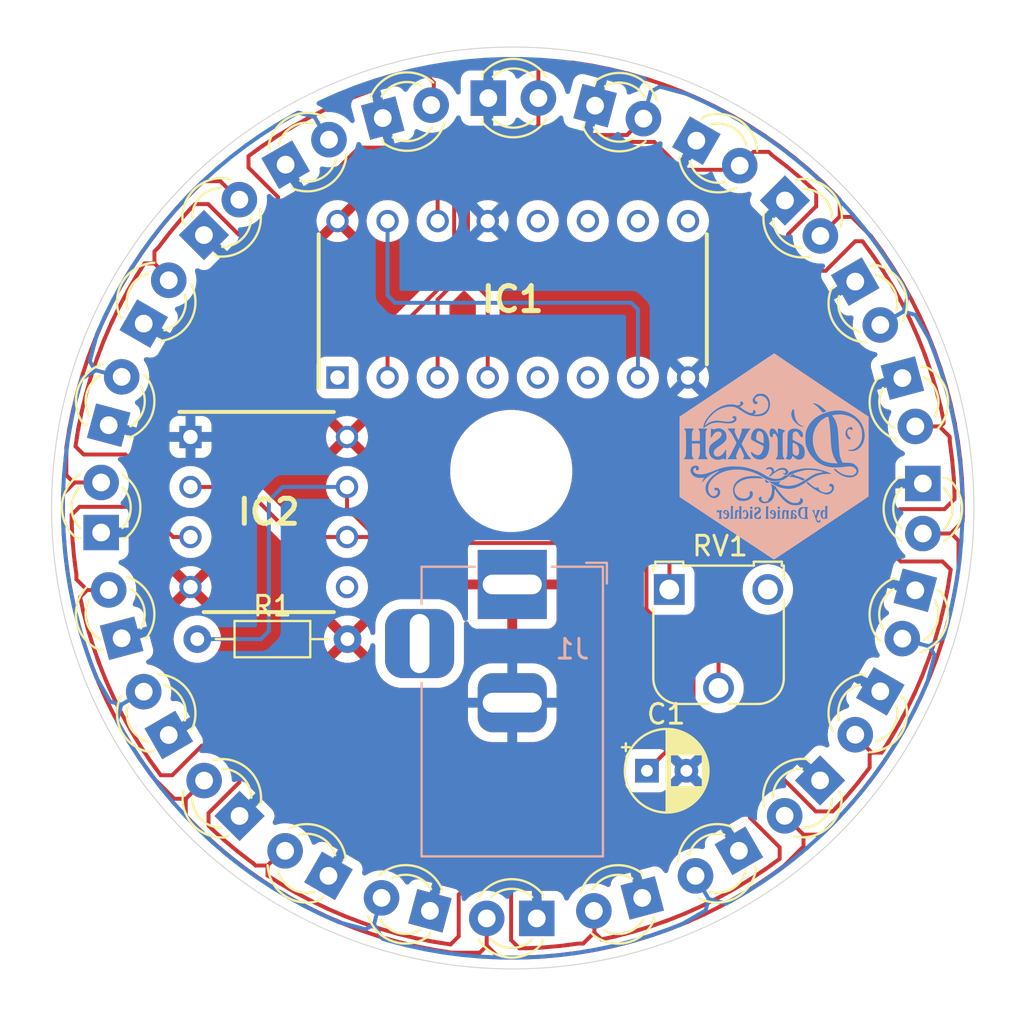
<source format=kicad_pcb>
(kicad_pcb (version 20240108) (generator "pcbnew") (generator_version "8.0")
  (layers (0 "F.Cu" signal) (31 "B.Cu" signal) (34 "B.Paste" user) (35 "F.Paste" user) (36 "B.SilkS" user "B.Silkscreen") (37 "F.SilkS" user "F.Silkscreen") (38 "B.Mask" user) (39 "F.Mask" user) (44 "Edge.Cuts" user))
  (net 0 "")
  (net 1 "/LED_RED/LED_RED")
  (net 2 "GND")
  (net 3 "/LED_GREEN/LED_GREEN")
  (net 4 "/LED_BLUE/LED_BLUE")
  (net 5 "Net-(IC2-THRES)")
  (net 6 "/POT")
  (net 7 "+12V")
  (net 10 "/RESET")
  (net 16 "Net-(IC1-CLOCK)")
  (footprint "LED_THT:LED_D3.0mm" (layer "F.Cu") (at 153.045348 47.0886 15)
    (property "Reference" "D24" (hide yes))
    (property "Value" "LED_BLUE" (hide yes))
  )
  (footprint "ProjectFootprints:NE555P" (layer "F.Cu") (at 147.2616 67.0814)
    (property "Reference" "IC2")
    (property "Value" "NE555P" (hide yes))
  )
  (footprint "LED_THT:LED_D3.0mm" (layer "F.Cu") (at 140.919199 57.520905 60)
    (property "Reference" "D23" (hide yes))
    (property "Value" "LED_BLUE" (hide yes))
  )
  (footprint "Potentiometer_THT:Potentiometer_Runtron_RM-065_Vertical" (layer "F.Cu") (at 167.5784 71.0136)
    (property "Reference" "RV1")
    (property "Value" "10k_Poti" (hide yes))
  )
  (footprint "LED_THT:LED_D3.0mm" (layer "F.Cu") (at 178.2826 76.184694 -120)
    (property "Reference" "D19" (hide yes))
    (property "Value" "LED_BLUE" (hide yes))
  )
  (footprint "MountingHole:MountingHole_3.2mm_M3" (layer "F.Cu") (at 159.5628 64.9986)
    (property "Reference" "H1" (hide yes))
    (property "Value" "MountingHole")
  )
  (footprint "LED_THT:LED_D3.0mm" (layer "F.Cu") (at 139.144198 62.676852 75)
    (property "Reference" "D15" (hide yes))
    (property "Value" "LED_GREEN" (hide yes))
  )
  (footprint "ProjectFootprints:CD4017BE" (layer "F.Cu") (at 159.639 56.2864 90)
    (property "Reference" "IC1")
    (property "Value" "CD4017BE" (hide yes))
  )
  (footprint "LED_THT:LED_D3.0mm" (layer "F.Cu") (at 160.858201 87.7062 180)
    (property "Reference" "D5" (hide yes))
    (property "Value" "LED_RED" (hide yes))
  )
  (footprint "LED_THT:LED_D3.0mm" (layer "F.Cu") (at 163.814948 46.4596 -15)
    (property "Reference" "D9" (hide yes))
    (property "Value" "LED_GREEN" (hide yes))
  )
  (footprint "LED_THT:LED_D3.0mm" (layer "F.Cu") (at 180.4416 65.633599 -90)
    (property "Reference" "D3" (hide yes))
    (property "Value" "LED_RED" (hide yes))
  )
  (footprint "LED_THT:LED_D3.0mm" (layer "F.Cu") (at 142.1892 78.399706 120)
    (property "Reference" "D14" (hide yes))
    (property "Value" "LED_GREEN" (hide yes))
  )
  (footprint "Resistor_THT:R_Axial_DIN0204_L3.6mm_D1.6mm_P7.62mm_Horizontal" (layer "F.Cu") (at 151.256999 73.533001 180)
    (property "Reference" "R1")
    (property "Value" "10k" (hide yes))
  )
  (footprint "LED_THT:LED_D3.0mm" (layer "F.Cu") (at 177.0126 55.389747 -60)
    (property "Reference" "D10" (hide yes))
    (property "Value" "LED_GREEN" (hide yes))
  )
  (footprint "LED_THT:LED_D3.0mm" (layer "F.Cu") (at 155.437655 87.3222 165)
    (property "Reference" "D13" (hide yes))
    (property "Value" "LED_GREEN" (hide yes))
  )
  (footprint "LED_THT:LED_D3.0mm" (layer "F.Cu") (at 175.227252 80.703147 -135)
    (property "Reference" "D4" (hide yes))
    (property "Value" "LED_RED" (hide yes))
  )
  (footprint "LED_THT:LED_D3.0mm" (layer "F.Cu") (at 168.953147 48.2346 -30)
    (property "Reference" "D17" (hide yes))
    (property "Value" "LED_BLUE" (hide yes))
  )
  (footprint "LED_THT:LED_D3.0mm" (layer "F.Cu") (at 145.779626 82.508226 135)
    (property "Reference" "D6" (hide yes))
    (property "Value" "LED_RED" (hide yes))
  )
  (footprint "LED_THT:LED_D3.0mm" (layer "F.Cu") (at 148.117495 49.4538 30)
    (property "Reference" "D16" (hide yes))
    (property "Value" "LED_GREEN" (hide yes))
  )
  (footprint "LED_THT:LED_D3.0mm" (layer "F.Cu") (at 150.2918 85.5472 150)
    (property "Reference" "D21" (hide yes))
    (property "Value" "LED_BLUE" (hide yes))
  )
  (footprint "LED_THT:LED_D3.0mm" (layer "F.Cu") (at 166.207254 86.667798 -165)
    (property "Reference" "D20" (hide yes))
    (property "Value" "LED_BLUE" (hide yes))
  )
  (footprint "LED_THT:LED_D3.0mm" (layer "F.Cu") (at 173.447574 51.273574 -45)
    (property "Reference" "D2" (hide yes))
    (property "Value" "LED_RED" (hide yes))
  )
  (footprint "LED_THT:LED_D3.0mm" (layer "F.Cu") (at 158.4 46.0756)
    (property "Reference" "D1" (hide yes))
    (property "Value" "LED_RED" (hide yes))
  )
  (footprint "LED_THT:LED_D3.0mm" (layer "F.Cu") (at 143.974548 53.027851 45)
    (property "Reference" "D8" (hide yes))
    (property "Value" "LED_RED" (hide yes))
  )
  (footprint "LED_THT:LED_D3.0mm" (layer "F.Cu") (at 179.403199 60.284548 -75)
    (property "Reference" "D18" (hide yes))
    (property "Value" "LED_BLUE" (hide yes))
  )
  (footprint "LED_THT:LED_D3.0mm" (layer "F.Cu") (at 138.760199 68.122801 90)
    (property "Reference" "D7" (hide yes))
    (property "Value" "LED_RED" (hide yes))
  )
  (footprint "LED_THT:LED_D3.0mm" (layer "F.Cu") (at 171.109706 84.277198 -150)
    (property "Reference" "D12" (hide yes))
    (property "Value" "LED_GREEN" (hide yes))
  )
  (footprint "Capacitor_THT:CP_Radial_D4.0mm_P2.00mm" (layer "F.Cu") (at 166.4462 80.2132)
    (property "Reference" "C1")
    (property "Value" "10uF/25V" (hide yes))
  )
  (footprint "LED_THT:LED_D3.0mm" (layer "F.Cu") (at 180.0576 71.054147 -105)
    (property "Reference" "D11" (hide yes))
    (property "Value" "LED_GREEN" (hide yes))
  )
  (footprint "LED_THT:LED_D3.0mm" (layer "F.Cu") (at 139.8001 73.489727 105)
    (property "Reference" "D22" (hide yes))
    (property "Value" "LED_BLUE" (hide yes))
  )
  (footprint "ProjectFootprints:logo" (layer "B.Cu") (at 172.8978 64.262 180)
    (property "Reference" "G***" (hide yes))
    (property "Value" "LOGO" (hide yes))
  )
  (footprint "Connector_BarrelJack:BarrelJack_Horizontal" (layer "B.Cu") (at 159.613601 70.758799 90)
    (property "Reference" "J1")
    (property "Value" "Barrel_Jack_Switch" (hide yes))
  )
  (gr_circle (center 159.639 66.8782) (end 183.0324 66.9036) (stroke (width 0.05)) (fill none) (layer "Edge.Cuts"))
  (segment (start 149.351107 87.200537) (end 148.974181 87.000009) (width 0.2) (layer "F.Cu") (net 1))
  (segment (start 180.281313 57.140631) (end 179.888525 56.353616) (width 0.2) (layer "F.Cu") (net 1))
  (segment (start 138.7602 65.5828) (end 137.414 65.5828) (width 0.2) (layer "F.Cu") (net 1))
  (segment (start 136.885718 68.534025) (end 136.870961 68.367579) (width 0.2) (layer "F.Cu") (net 1))
  (segment (start 140.323827 54.689307) (end 140.166984 54.932853) (width 0.2) (layer "F.Cu") (net 1))
  (segment (start 139.406028 77.377384) (end 139.013241 76.590367) (width 0.2) (layer "F.Cu") (net 1))
  (segment (start 173.4312 82.4992) (end 174.387374 83.455374) (width 0.2) (layer "F.Cu") (net 1))
  (segment (start 176.241287 52.104138) (end 176.2252 52.088051) (width 0.2) (layer "F.Cu") (net 1))
  (segment (start 168.581479 45.902226) (end 168.581478 45.902225) (width 0.2) (layer "F.Cu") (net 1))
  (segment (start 168.581478 45.902225) (end 169.070728 46.112373) (width 0.2) (layer "F.Cu") (net 1))
  (segment (start 144.8054 50.292) (end 143.947406 50.291999) (width 0.2) (layer "F.Cu") (net 1))
  (segment (start 152.86782 88.625164) (end 152.801407 88.602974) (width 0.2) (layer "F.Cu") (net 1))
  (segment (start 138.85095 76.228225) (end 138.624896 75.723794) (width 0.2) (layer "F.Cu") (net 1))
  (segment (start 137.22763 71.118518) (end 137.133608 70.576132) (width 0.2) (layer "F.Cu") (net 1))
  (segment (start 158.924894 89.684493) (end 158.3182 89.0778) (width 0.2) (layer "F.Cu") (net 1))
  (segment (start 182.066649 71.053171) (end 181.916007 71.805389) (width 0.2) (layer "F.Cu") (net 1))
  (segment (start 172.482028 85.702264) (end 171.84361 86.127643) (width 0.2) (layer "F.Cu") (net 1))
  (segment (start 175.296168 83.455373) (end 174.438174 83.455374) (width 0.2) (layer "F.Cu") (net 1))
  (segment (start 167.681672 45.540756) (end 168.198201 45.737596) (width 0.2) (layer "F.Cu") (net 1))
  (segment (start 177.436782 81.142067) (end 177.41448 81.168705) (width 0.2) (layer "F.Cu") (net 1))
  (segment (start 136.823519 66.416354) (end 136.832707 66.164094) (width 0.2) (layer "F.Cu") (net 1))
  (segment (start 136.845889 67.832371) (end 136.826525 67.419017) (width 0.2) (layer "F.Cu") (net 1))
  (segment (start 176.209113 52.104138) (end 176.241287 52.104138) (width 0.2) (layer "F.Cu") (net 1))
  (segment (start 137.957972 73.94598) (end 137.833239 73.537659) (width 0.2) (layer "F.Cu") (net 1))
  (segment (start 182.262538 63.827171) (end 182.216603 63.47592) (width 0.2) (layer "F.Cu") (net 1))
  (segment (start 182.461848 67.566906) (end 182.471036 67.314646) (width 0.2) (layer "F.Cu") (net 1))
  (segment (start 181.461316 60.193341) (end 181.336585 59.785022) (width 0.2) (layer "F.Cu") (net 1))
  (segment (start 182.160948 63.154867) (end 182.066926 62.61248) (width 0.2) (layer "F.Cu") (net 1))
  (segment (start 145.366106 84.634209) (end 145.339469 84.611905) (width 0.2) (layer "F.Cu") (net 1))
  (segment (start 176.017172 51.006302) (end 176.053322 51.045185) (width 0.2) (layer "F.Cu") (net 1))
  (segment (start 137.552605 61.019435) (end 137.327568 61.941984) (width 0.2) (layer "F.Cu") (net 1))
  (segment (start 180.985469 74.911845) (end 180.98547 74.911845) (width 0.2) (layer "F.Cu") (net 1))
  (segment (start 180.003111 77.157069) (end 179.802583 77.533993) (width 0.2) (layer "F.Cu") (net 1))
  (segment (start 147.450109 86.117173) (end 146.895282 85.759869) (width 0.2) (layer "F.Cu") (net 1))
  (segment (start 165.249053 88.979834) (end 164.879633 89.076078) (width 0.2) (layer "F.Cu") (net 1))
  (segment (start 167.310839 45.399438) (end 167.681671 45.540756) (width 0.2) (layer "F.Cu") (net 1))
  (segment (start 171.255075 47.256472) (end 171.584348 47.449635) (width 0.2) (layer "F.Cu") (net 1))
  (segment (start 143.09561 51.134637) (end 143.05567 51.174994) (width 0.2) (layer "F.Cu") (net 1))
  (segment (start 168.989024 87.66625) (end 168.484595 87.892304) (width 0.2) (layer "F.Cu") (net 1))
  (segment (start 163.644076 44.423744) (end 163.822996 44.459575) (width 0.2) (layer "F.Cu") (net 1))
  (segment (start 136.993518 65.213118) (end 137.3886 65.6082) (width 0.2) (layer "F.Cu") (net 1))
  (segment (start 174.387661 83.455661) (end 174.387374 83.455374) (width 0.2) (layer "F.Cu") (net 1))
  (segment (start 179.802582 77.533995) (end 179.557091 77.995443) (width 0.2) (layer "F.Cu") (net 1))
  (segment (start 140.717774 54.082474) (end 140.717775 54.082475) (width 0.2) (layer "F.Cu") (net 1))
  (segment (start 176.147964 82.612737) (end 175.781261 82.983275) (width 0.2) (layer "F.Cu") (net 1))
  (segment (start 145.339469 84.611905) (end 144.766079 84.131904) (width 0.2) (layer "F.Cu") (net 1))
  (segment (start 159.177154 89.693681) (end 158.924894 89.684493) (width 0.2) (layer "F.Cu") (net 1))
  (segment (start 171.03214 86.620861) (end 170.200835 87.079901) (width 0.2) (layer "F.Cu") (net 1))
  (segment (start 137.379817 71.835717) (end 137.240146 71.190743) (width 0.2) (layer "F.Cu") (net 1))
  (segment (start 137.141093 62.873123) (end 136.993518 63.811188) (width 0.2) (layer "F.Cu") (net 1))
  (segment (start 175.243626 53.069625) (end 176.209113 52.104138) (width 0.2) (layer "F.Cu") (net 1))
  (segment (start 139.686483 55.751932) (end 139.44099 56.213381) (width 0.2) (layer "F.Cu") (net 1))
  (segment (start 137.229282 71.128058) (end 137.22763 71.118518) (width 0.2) (layer "F.Cu") (net 1))
  (segment (start 166.298457 88.683962) (end 165.798574 88.836667) (width 0.2) (layer "F.Cu") (net 1))
  (segment (start 164.575215 44.610218) (end 165.497767 44.835258) (width 0.2) (layer "F.Cu") (net 1))
  (segment (start 178.015518 80.389195) (end 177.799626 80.670047) (width 0.2) (layer "F.Cu") (net 1))
  (segment (start 137.815837 60.107021) (end 137.552605 61.019435) (width 0.2) (layer "F.Cu") (net 1))
  (segment (start 161.294824 89.631482) (end 161.128379 89.646239) (width 0.2) (layer "F.Cu") (net 1))
  (segment (start 176.053322 51.045185) (end 176.2252 51.230057) (width 0.2) (layer "F.Cu") (net 1))
  (segment (start 180.788628 75.428375) (end 180.623999 75.811653) (width 0.2) (layer "F.Cu") (net 1))
  (segment (start 163.822996 44.459575) (end 164.575215 44.610218) (width 0.2) (layer "F.Cu") (net 1))
  (segment (start 174.387661 84.056006) (end 174.387661 83.455661) (width 0.2) (layer "F.Cu") (net 1))
  (segment (start 179.557091 77.995443) (end 179.269754 78.485248) (width 0.2) (layer "F.Cu") (net 1))
  (segment (start 136.954817 69.313491) (end 136.951754 69.278884) (width 0.2) (layer "F.Cu") (net 1))
  (segment (start 172.633883 85.601085) (end 172.482028 85.702264) (width 0.2) (layer "F.Cu") (net 1))
  (segment (start 182.339736 64.417508) (end 182.262538 63.827171) (width 0.2) (layer "F.Cu") (net 1))
  (segment (start 143.060146 81.6356) (end 143.983574 80.712172) (width 0.2) (layer "F.Cu") (net 1))
  (segment (start 182.250056 69.936186) (end 182.102482 70.874249) (width 0.2) (layer "F.Cu") (net 1))
  (segment (start 148.974181 87.000009) (end 148.974179 87.000008) (width 0.2) (layer "F.Cu") (net 1))
  (segment (start 150.696522 87.821428) (end 150.207275 87.611278) (width 0.2) (layer "F.Cu") (net 1))
  (segment (start 180.623999 75.811653) (end 180.624001 75.811652) (width 0.2) (layer "F.Cu") (net 1))
  (segment (start 181.690968 72.727942) (end 181.427738 73.640354) (width 0.2) (layer "F.Cu") (net 1))
  (segment (start 172.442639 48.006) (end 172.892648 48.323041) (width 0.2) (layer "F.Cu") (net 1))
  (segment (start 153.780232 88.888396) (end 152.86782 88.625164) (width 0.2) (layer "F.Cu") (net 1))
  (segment (start 138.619574 57.935723) (end 138.619575 57.935721) (width 0.2) (layer "F.Cu") (net 1))
  (segment (start 182.250055 68.541604) (end 182.250056 69.936186) (width 0.2) (layer "F.Cu") (net 1))
  (segment (start 156.6672 54.9656) (end 156.6672 48.323824) (width 0.2) (layer "F.Cu") (net 1))
  (segment (start 138.91995 57.258399) (end 138.829722 57.446473) (width 0.2) (layer "F.Cu") (net 1))
  (segment (start 179.857256 56.290964) (end 179.398214 55.45966) (width 0.2) (layer "F.Cu") (net 1))
  (segment (start 143.0528 81.6356) (end 143.060146 81.6356) (width 0.2) (layer "F.Cu") (net 1))
  (segment (start 181.126786 74.541013) (end 180.985469 74.911845) (width 0.2) (layer "F.Cu") (net 1))
  (segment (start 141.443948 53.077326) (end 141.228058 53.358179) (width 0.2) (layer "F.Cu") (net 1))
  (segment (start 166.298459 88.683961) (end 166.298457 88.683962) (width 0.2) (layer "F.Cu") (net 1))
  (segment (start 180.441601 68.1736) (end 181.855155 68.1736) (width 0.2) (layer "F.Cu") (net 1))
  (segment (start 182.102482 70.874249) (end 182.066649 71.053171) (width 0.2) (layer "F.Cu") (net 1))
  (segment (start 181.405547 73.706766) (end 181.126786 74.541013) (width 0.2) (layer "F.Cu") (net 1))
  (segment (start 140.681132 54.134485) (end 140.323827 54.689307) (width 0.2) (layer "F.Cu") (net 1))
  (segment (start 182.054407 62.540256) (end 181.91474 61.895282) (width 0.2) (layer "F.Cu") (net 1))
  (segment (start 140.717775 54.082475) (end 140.681132 54.134485) (width 0.2) (layer "F.Cu") (net 1))
  (segment (start 177.81948 53.090256) (end 176.833362 52.104138) (width 0.2) (layer "F.Cu") (net 1))
  (segment (start 169.070728 46.112373) (end 169.2588 46.2026) (width 0.2) (layer "F.Cu") (net 1))
  (segment (start 173.159021 48.510707) (end 173.439873 48.726599) (width 0.2) (layer "F.Cu") (net 1))
  (segment (start 179.07659 78.814522) (end 178.919748 79.058065) (width 0.2) (layer "F.Cu") (net 1))
  (segment (start 178.919748 79.058065) (end 178.562442 79.612891) (width 0.2) (layer "F.Cu") (net 1))
  (segment (start 149.447947 87.246997) (end 149.351107 87.200537) (width 0.2) (layer "F.Cu") (net 1))
  (segment (start 170.765268 46.969135) (end 171.255075 47.256472) (width 0.2) (layer "F.Cu") (net 1))
  (segment (start 164.879633 89.076078) (end 164.596518 89.137384) (width 0.2) (layer "F.Cu") (net 1))
  (segment (start 158.318198 89.077798) (end 158.3182 89.0778) (width 0.2) (layer "F.Cu") (net 1))
  (segment (start 182.468325 66.368762) (end 182.46803 66.311983) (width 0.2) (layer "F.Cu") (net 1))
  (segment (start 160.593171 89.671311) (end 160.179817 89.690675) (width 0.2) (layer "F.Cu") (net 1))
  (segment (start 162.074291 89.562382) (end 162.039685 89.565446) (width 0.2) (layer "F.Cu") (net 1))
  (segment (start 182.342802 64.452115) (end 182.339736 64.417508) (width 0.2) (layer "F.Cu") (net 1))
  (segment (start 152.801407 88.602974) (end 151.96716 88.324212) (width 0.2) (layer "F.Cu") (net 1))
  (segment (start 169.2588 46.2026) (end 169.830051 46.476655) (width 0.2) (layer "F.Cu") (net 1))
  (segment (start 177.799626 80.670047) (end 177.436782 81.142067) (width 0.2) (layer "F.Cu") (net 1))
  (segment (start 141.829094 52.578669) (end 141.806792 52.605309) (width 0.2) (layer "F.Cu") (net 1))
  (segment (start 146.118979 85.212944) (end 145.838127 84.997052) (width 0.2) (layer "F.Cu") (net 1))
  (segment (start 140.166984 54.932853) (end 139.973821 55.262126) (width 0.2) (layer "F.Cu") (net 1))
  (segment (start 182.216603 63.47592) (end 182.160948 63.154867) (width 0.2) (layer "F.Cu") (net 1))
  (segment (start 137.993595 74.047309) (end 137.957972 73.94598) (width 0.2) (layer "F.Cu") (net 1))
  (segment (start 170.138183 87.111171) (end 169.351168 87.503958) (width 0.2) (layer "F.Cu") (net 1))
  (segment (start 139.194003 56.68715) (end 138.91995 57.258399) (width 0.2) (layer "F.Cu") (net 1))
  (segment (start 174.387661 84.056006) (end 173.401544 85.042125) (width 0.2) (layer "F.Cu") (net 1))
  (segment (start 139.013241 76.590367) (end 138.850951 76.228224) (width 0.2) (layer "F.Cu") (net 1))
  (segment (start 143.05567 51.174994) (end 142.777077 51.480972) (width 0.2) (layer "F.Cu") (net 1))
  (segment (start 162.706012 44.276169) (end 163.644076 44.423744) (width 0.2) (layer "F.Cu") (net 1))
  (segment (start 175.48104 83.283496) (end 175.296168 83.455373) (width 0.2) (layer "F.Cu") (net 1))
  (segment (start 139.437299 77.440035) (end 139.406028 77.377384) (width 0.2) (layer "F.Cu") (net 1))
  (segment (start 148.512729 86.754517) (end 148.022925 86.46718) (width 0.2) (layer "F.Cu") (net 1))
  (segment (start 160.94 44.6476) (end 161.311431 44.276169) (width 0.2) (layer "F.Cu") (net 1))
  (segment (start 138.272935 74.84182) (end 138.203748 74.645029) (width 0.2) (layer "F.Cu") (net 1))
  (segment (start 138.470288 75.336366) (end 138.470286 75.336368) (width 0.2) (layer "F.Cu") (net 1))
  (segment (start 175.382563 50.378261) (end 175.753101 50.744964) (width 0.2) (layer "F.Cu") (net 1))
  (segment (start 137.537365 72.488252) (end 137.441122 72.118833) (width 0.2) (layer "F.Cu") (net 1))
  (segment (start 180.04957 77.060226) (end 180.003111 77.157069) (width 0.2) (layer "F.Cu") (net 1))
  (segment (start 137.833239 73.537659) (end 137.833238 73.537657) (width 0.2) (layer "F.Cu") (net 1))
  (segment (start 176.466497 82.266402) (end 176.187904 82.57238) (width 0.2) (layer "F.Cu") (net 1))
  (segment (start 137.032017 69.903829) (end 136.954817 69.313491) (width 0.2) (layer "F.Cu") (net 1))
  (segment (start 171.84361 86.127643) (end 171.03214 86.620861) (width 0.2) (layer "F.Cu") (net 1))
  (segment (start 178.904998 54.64819) (end 178.47962 54.009771) (width 0.2) (layer "F.Cu") (net 1))
  (segment (start 163.888858 89.287918) (end 163.879319 89.28957) (width 0.2) (layer "F.Cu") (net 1))
  (segment (start 145.786974 51.273574) (end 144.8054 50.292) (width 0.2) (layer "F.Cu") (net 1))
  (segment (start 139.440991 56.213381) (end 139.240465 56.590307) (width 0.2) (layer "F.Cu") (net 1))
  (segment (start 180.824267 58.394632) (end 180.824267 58.394634) (width 0.2) (layer "F.Cu") (net 1))
  (segment (start 143.762533 50.463877) (end 143.723651 50.500028) (width 0.2) (layer "F.Cu") (net 1))
  (segment (start 178.203183 80.122822) (end 178.015518 80.389195) (width 0.2) (layer "F.Cu") (net 1))
  (segment (start 176.833362 52.104138) (end 176.241287 52.104138) (width 0.2) (layer "F.Cu") (net 1))
  (segment (start 138.258105 58.835529) (end 138.116786 59.206361) (width 0.2) (layer "F.Cu") (net 1))
  (segment (start 136.826525 67.419017) (end 136.82623 67.362238) (width 0.2) (layer "F.Cu") (net 1))
  (segment (start 139.973821 55.262126) (end 139.686483 55.751932) (width 0.2) (layer "F.Cu") (net 1))
  (segment (start 143.947406 50.291999) (end 143.762533 50.463877) (width 0.2) (layer "F.Cu") (net 1))
  (segment (start 138.850951 76.228224) (end 138.85095 76.228225) (width 0.2) (layer "F.Cu") (net 1))
  (segment (start 182.408837 65.196976) (end 182.342802 64.452115) (width 0.2) (layer "F.Cu") (net 1))
  (segment (start 136.82623 67.362238) (end 136.823518 66.84093) (width 0.2) (layer "F.Cu") (net 1))
  (segment (start 139.44099 56.213381) (end 139.440991 56.213381) (width 0.2) (layer "F.Cu") (net 1))
  (segment (start 142.416356 51.87715) (end 142.309096 52.005279) (width 0.2) (layer "F.Cu") (net 1))
  (segment (start 158.3182 89.095849) (end 157.966569 89.44748) (width 0.2) (layer "F.Cu") (net 1))
  (segment (start 178.5258 79.6649) (end 178.520224 79.672813) (width 0.2) (layer "F.Cu") (net 1))
  (segment (start 169.351168 87.503958) (end 168.989024 87.666249) (width 0.2) (layer "F.Cu") (net 1))
  (segment (start 139.240465 56.590307) (end 139.194003 56.68715) (width 0.2) (layer "F.Cu") (net 1))
  (segment (start 181.614021 60.693224) (end 181.461317 60.193343) (width 0.2) (layer "F.Cu") (net 1))
  (segment (start 150.696521 87.821425) (end 150.696522 87.821428) (width 0.2) (layer "F.Cu") (net 1))
  (segment (start 158.3182 89.0778) (end 158.3182 89.095849) (width 0.2) (layer "F.Cu") (net 1))
  (segment (start 181.91474 61.895282) (end 181.853433 61.612167) (width 0.2) (layer "F.Cu") (net 1))
  (segment (start 139.89634 78.271342) (end 139.437299 77.440035) (width 0.2) (layer "F.Cu") (net 1))
  (segment (start 148.022925 86.46718) (end 147.693652 86.274016) (width 0.2) (layer "F.Cu") (net 1))
  (segment (start 159.60173 89.693682) (end 159.23021 89.695614) (width 0.2) (layer "F.Cu") (net 1))
  (segment (start 178.562442 79.612891) (end 178.525801 79.664899) (width 0.2) (layer "F.Cu") (net 1))
  (segment (start 140.389557 79.08281) (end 139.89634 78.271342) (width 0.2) (layer "F.Cu") (net 1))
  (segment (start 138.619575 57.935721) (end 138.454944 58.318998) (width 0.2) (layer "F.Cu") (net 1))
  (segment (start 168.097166 88.046912) (end 168.097169 88.046913) (width 0.2) (layer "F.Cu") (net 1))
  (segment (start 144.766079 84.131904) (end 144.63795 84.024644) (width 0.2) (layer "F.Cu") (net 1))
  (segment (start 150.0192 87.521049) (end 149.447947 87.246997) (width 0.2) (layer "F.Cu") (net 1))
  (segment (start 161.311431 44.276169) (end 162.706012 44.276169) (width 0.2) (layer "F.Cu") (net 1))
  (segment (start 172.434726 48.000425) (end 172.442639 48.006) (width 0.2) (layer "F.Cu") (net 1))
  (segment (start 181.853433 61.612167) (end 181.757188 61.242748) (width 0.2) (layer "F.Cu") (net 1))
  (segment (start 137.077952 70.25508) (end 137.032017 69.903829) (width 0.2) (layer "F.Cu") (net 1))
  (segment (start 143.895437 83.34539) (end 143.524899 82.978687) (width 0.2) (layer "F.Cu") (net 1))
  (segment (start 140.916116 79.873083) (end 140.814936 79.721227) (width 0.2) (layer "F.Cu") (net 1))
  (segment (start 138.203748 74.645029) (end 137.993595 74.047309) (width 0.2) (layer "F.Cu") (net 1))
  (segment (start 153.289001 58.343799) (end 156.6672 54.9656) (width 0.2) (layer "F.Cu") (net 1))
  (segment (start 156.6672 48.323824) (end 157.391424 47.5996) (width 0.2) (layer "F.Cu") (net 1))
  (segment (start 143.052801 82.493594) (end 143.0528 81.6356) (width 0.2) (layer "F.Cu") (net 1))
  (segment (start 172.892648 48.323041) (end 173.159021 48.510707) (width 0.2) (layer "F.Cu") (net 1))
  (segment (start 166.70678 88.55923) (end 166.298459 88.683961) (width 0.2) (layer "F.Cu") (net 1))
  (segment (start 177.41448 81.168705) (end 176.934478 81.742095) (width 0.2) (layer "F.Cu") (net 1))
  (segment (start 141.475075 80.640744) (end 140.916116 79.873083) (width 0.2) (layer "F.Cu") (net 1))
  (segment (start 170.200835 87.079901) (end 170.138183 87.111171) (width 0.2) (layer "F.Cu") (net 1))
  (segment (start 167.681671 45.540756) (end 167.681672 45.540756) (width 0.2) (layer "F.Cu") (net 1))
  (segment (start 138.624896 75.723794) (end 138.470288 75.336366) (width 0.2) (layer "F.Cu") (net 1))
  (segment (start 136.832707 66.164094) (end 137.3886 65.6082) (width 0.2) (layer "F.Cu") (net 1))
  (segment (start 154.702785 89.113433) (end 153.780232 88.888396) (width 0.2) (layer "F.Cu") (net 1))
  (segment (start 144.63795 84.024644) (end 144.241772 83.663923) (width 0.2) (layer "F.Cu") (net 1))
  (segment (start 147.693652 86.274016) (end 147.450109 86.117173) (width 0.2) (layer "F.Cu") (net 1))
  (segment (start 136.821586 66.46941) (end 136.823519 66.416354) (width 0.2) (layer "F.Cu") (net 1))
  (segment (start 170.30382 46.723642) (end 170.765268 46.969135) (width 0.2) (layer "F.Cu") (net 1))
  (segment (start 176.827218 81.870224) (end 176.466497 82.266402) (width 0.2) (layer "F.Cu") (net 1))
  (segment (start 142.777077 51.480972) (end 142.416356 51.87715) (width 0.2) (layer "F.Cu") (net 1))
  (segment (start 163.88886 89.287919) (end 163.888858 89.287918) (width 0.2) (layer "F.Cu") (net 1))
  (segment (start 174.64005 49.699007) (end 175.036228 50.059728) (width 0.2) (layer "F.Cu") (net 1))
  (segment (start 175.781261 82.983275) (end 175.519923 83.247346) (width 0.2) (layer "F.Cu") (net 1))
  (segment (start 162.664629 89.485183) (end 162.074291 89.562382) (width 0.2) (layer "F.Cu") (net 1))
  (segment (start 157.966569 89.44748) (end 156.571988 89.447482) (width 0.2) (layer "F.Cu") (net 1))
  (segment (start 137.240146 71.190743) (end 137.229281 71.128062) (width 0.2) (layer "F.Cu") (net 1))
  (segment (start 170.303819 46.723642) (end 170.30382 46.723642) (width 0.2) (layer "F.Cu") (net 1))
  (segment (start 148.974179 87.000008) (end 148.512729 86.754517) (width 0.2) (layer "F.Cu") (net 1))
  (segment (start 137.833238 73.537657) (end 137.680531 73.037774) (width 0.2) (layer "F.Cu") (net 1))
  (segment (start 143.060146 81.6356) (end 142.469933 81.6356) (width 0.2) (layer "F.Cu") (net 1))
  (segment (start 151.96716 88.324212) (end 151.596329 88.182895) (width 0.2) (layer "F.Cu") (net 1))
  (segment (start 140.723348 54.074561) (end 140.717774 54.082474) (width 0.2) (layer "F.Cu") (net 1))
  (segment (start 138.470286 75.336368) (end 138.272935 74.84182) (width 0.2) (layer "F.Cu") (net 1))
  (segment (start 146.835361 85.717649) (end 146.385352 85.400608) (width 0.2) (layer "F.Cu") (net 1))
  (segment (start 142.469933 81.6356) (end 142.461194 81.626861) (width 0.2) (layer "F.Cu") (net 1))
  (segment (start 136.870961 68.367579) (end 136.845889 67.832371) (width 0.2) (layer "F.Cu") (net 1))
  (segment (start 165.497767 44.835258) (end 166.410179 45.098487) (width 0.2) (layer "F.Cu") (net 1))
  (segment (start 168.484595 87.892304) (end 168.097166 88.046912) (width 0.2) (layer "F.Cu") (net 1))
  (segment (start 178.525801 79.664899) (end 178.5258 79.6649) (width 0.2) (layer "F.Cu") (net 1))
  (segment (start 182.471037 66.89007) (end 182.468325 66.368762) (width 0.2) (layer "F.Cu") (net 1))
  (segment (start 181.427738 73.640354) (end 181.405547 73.706766) (width 0.2) (layer "F.Cu") (net 1))
  (segment (start 180.413851 76.300901) (end 180.323624 76.488973) (width 0.2) (layer "F.Cu") (net 1))
  (segment (start 168.097169 88.046913) (end 167.602619 88.244265) (width 0.2) (layer "F.Cu") (net 1))
  (segment (start 142.309096 52.005279) (end 141.829094 52.578669) (width 0.2) (layer "F.Cu") (net 1))
  (segment (start 182.471036 67.314646) (end 182.472969 67.26159) (width 0.2) (layer "F.Cu") (net 1))
  (segment (start 179.398214 55.45966) (end 178.904998 54.64819) (width 0.2) (layer "F.Cu") (net 1))
  (segment (start 145.838127 84.997052) (end 145.366106 84.634209) (width 0.2) (layer "F.Cu") (net 1))
  (segment (start 182.472969 67.26159) (end 182.471037 66.89007) (width 0.2) (layer "F.Cu") (net 1))
  (segment (start 146.843274 85.723226) (end 146.835361 85.717649) (width 0.2) (layer "F.Cu") (net 1))
  (segment (start 169.926895 46.523116) (end 170.303819 46.723642) (width 0.2) (layer "F.Cu") (net 1))
  (segment (start 182.250055 68.534255) (end 181.872277 68.156477) (width 0.2) (layer "F.Cu") (net 1))
  (segment (start 141.040391 53.624551) (end 140.723348 54.074561) (width 0.2) (layer "F.Cu") (net 1))
  (segment (start 182.250055 68.541604) (end 182.250055 68.534255) (width 0.2) (layer "F.Cu") (net 1))
  (segment (start 138.116786 59.206361) (end 137.838026 60.040609) (width 0.2) (layer "F.Cu") (net 1))
  (segment (start 180.624001 75.811652) (end 180.413851 76.300901) (width 0.2) (layer "F.Cu") (net 1))
  (segment (start 138.829722 57.446473) (end 138.619574 57.935723) (width 0.2) (layer "F.Cu") (net 1))
  (segment (start 137.838026 60.040609) (end 137.815837 60.107021) (width 0.2) (layer "F.Cu") (net 1))
  (segment (start 142.461194 81.626861) (end 141.475075 80.640744) (width 0.2) (layer "F.Cu") (net 1))
  (segment (start 167.602619 88.244265) (end 167.40583 88.313452) (width 0.2) (layer "F.Cu") (net 1))
  (segment (start 182.423594 65.363421) (end 182.408837 65.196976) (width 0.2) (layer "F.Cu") (net 1))
  (segment (start 175.342206 50.338321) (end 175.382563 50.378261) (width 0.2) (layer "F.Cu") (net 1))
  (segment (start 175.519923 83.247346) (end 175.48104 83.283496) (width 0.2) (layer "F.Cu") (net 1))
  (segment (start 182.065273 62.602942) (end 182.065273 62.602941) (width 0.2) (layer "F.Cu") (net 1))
  (segment (start 181.916007 71.805389) (end 181.690968 72.727942) (width 0.2) (layer "F.Cu") (net 1))
  (segment (start 137.327568 61.941984) (end 137.176924 62.694205) (width 0.2) (layer "F.Cu") (net 1))
  (segment (start 136.823518 66.84093) (end 136.821586 66.46941) (width 0.2) (layer "F.Cu") (net 1))
  (segment (start 166.808108 88.523604) (end 166.70678 88.55923) (width 0.2) (layer "F.Cu") (net 1))
  (segment (start 155.633926 89.299908) (end 155.455003 89.264074) (width 0.2) (layer "F.Cu") (net 1))
  (segment (start 143.935794 83.38533) (end 143.895437 83.34539) (width 0.2) (layer "F.Cu") (net 1))
  (segment (start 172.382716 47.963783) (end 172.434725 48.000425) (width 0.2) (layer "F.Cu") (net 1))
  (segment (start 143.224678 82.678466) (end 143.052801 82.493594) (width 0.2) (layer "F.Cu") (net 1))
  (segment (start 163.879319 89.28957) (end 163.336933 89.383593) (width 0.2) (layer "F.Cu") (net 1))
  (segment (start 143.462313 50.764099) (end 143.09561 51.134637) (width 0.2) (layer "F.Cu") (net 1))
  (segment (start 155.455003 89.264074) (end 154.702785 89.113433) (width 0.2) (layer "F.Cu") (net 1))
  (segment (start 168.198201 45.737596) (end 168.581479 45.902226) (width 0.2) (layer "F.Cu") (net 1))
  (segment (start 173.911892 49.089443) (end 173.938532 49.111745) (width 0.2) (layer "F.Cu") (net 1))
  (segment (start 182.46803 66.311983) (end 182.448666 65.898629) (width 0.2) (layer "F.Cu") (net 1))
  (segment (start 159.23021 89.695614) (end 159.177154 89.693681) (width 0.2) (layer "F.Cu") (net 1))
  (segment (start 151.596329 88.182895) (end 151.596329 88.182896) (width 0.2) (layer "F.Cu") (net 1))
  (segment (start 144.241772 83.663923) (end 143.935794 83.38533) (width 0.2) (layer "F.Cu") (net 1))
  (segment (start 182.066926 62.61248) (end 182.065273 62.602942) (width 0.2) (layer "F.Cu") (net 1))
  (segment (start 178.47962 54.009771) (end 178.378441 53.857918) (width 0.2) (layer "F.Cu") (net 1))
  (segment (start 180.98547 74.911845) (end 180.788628 75.428375) (width 0.2) (layer "F.Cu") (net 1))
  (segment (start 146.843275 85.723228) (end 146.843274 85.723226) (width 0.2) (layer "F.Cu") (net 1))
  (segment (start 180.443604 57.502776) (end 180.281313 57.140631) (width 0.2) (layer "F.Cu") (net 1))
  (segment (start 137.133608 70.576132) (end 137.077952 70.25508) (width 0.2) (layer "F.Cu") (net 1))
  (segment (start 141.228058 53.358179) (end 141.040391 53.624551) (width 0.2) (layer "F.Cu") (net 1))
  (segment (start 176.934478 81.742095) (end 176.827218 81.870224) (width 0.2) (layer "F.Cu") (net 1))
  (segment (start 143.260828 82.717349) (end 143.224678 82.678466) (width 0.2) (layer "F.Cu") (net 1))
  (segment (start 179.888525 56.353616) (end 179.857256 56.290964) (width 0.2) (layer "F.Cu") (net 1))
  (segment (start 137.176924 62.694205) (end 137.141093 62.873123) (width 0.2) (layer "F.Cu") (net 1))
  (segment (start 180.824267 58.394634) (end 180.669659 58.007205) (width 0.2) (layer "F.Cu") (net 1))
  (segment (start 181.872277 68.156477) (end 182.461848 67.566906) (width 0.2) (layer "F.Cu") (net 1))
  (segment (start 179.269754 78.485248) (end 179.07659 78.814522) (width 0.2) (layer "F.Cu") (net 1))
  (segment (start 180.669659 58.007205) (end 180.443605 57.502776) (width 0.2) (layer "F.Cu") (net 1))
  (segment (start 137.680531 73.037774) (end 137.537365 72.488252) (width 0.2) (layer "F.Cu") (net 1))
  (segment (start 165.798574 88.836667) (end 165.249053 88.979834) (width 0.2) (layer "F.Cu") (net 1))
  (segment (start 166.476591 45.120678) (end 167.310839 45.399438) (width 0.2) (layer "F.Cu") (net 1))
  (segment (start 181.336585 59.785022) (end 181.300958 59.683691) (width 0.2) (layer "F.Cu") (net 1))
  (segment (start 151.596329 88.182896) (end 151.079799 87.986054) (width 0.2) (layer "F.Cu") (net 1))
  (segment (start 181.461317 60.193343) (end 181.461316 60.193341) (width 0.2) (layer "F.Cu") (net 1))
  (segment (start 179.802583 77.533993) (end 179.802582 77.533995) (width 0.2) (layer "F.Cu") (net 1))
  (segment (start 182.448666 65.898629) (end 182.423594 65.363421) (width 0.2) (layer "F.Cu") (net 1))
  (segment (start 160.94 46.0756) (end 160.94 44.6476) (width 0.2) (layer "F.Cu") (net 1))
  (segment (start 172.434725 48.000425) (end 172.434726 48.000425) (width 0.2) (layer "F.Cu") (net 1))
  (segment (start 167.40583 88.313452) (end 166.808108 88.523604) (width 0.2) (layer "F.Cu") (net 1))
  (segment (start 156.571988 89.447482) (end 155.633926 89.299908) (width 0.2) (layer "F.Cu") (net 1))
  (segment (start 163.01588 89.439248) (end 162.664629 89.485183) (width 0.2) (layer "F.Cu") (net 1))
  (segment (start 143.723651 50.500028) (end 143.462313 50.764099) (width 0.2) (layer "F.Cu") (net 1))
  (segment (start 176.187904 82.57238) (end 176.147964 82.612737) (width 0.2) (layer "F.Cu") (net 1))
  (segment (start 175.036228 50.059728) (end 175.342206 50.338321) (width 0.2) (layer "F.Cu") (net 1))
  (segment (start 181.300958 59.683691) (end 181.090808 59.085969) (width 0.2) (layer "F.Cu") (net 1))
  (segment (start 174.511921 49.591747) (end 174.64005 49.699007) (width 0.2) (layer "F.Cu") (net 1))
  (segment (start 160.782 47.5996) (end 160.94 47.4416) (width 0.2) (layer "F.Cu") (net 1))
  (segment (start 160.94 47.4416) (end 160.94 46.0756) (width 0.2) (layer "F.Cu") (net 1))
  (segment (start 150.207275 87.611278) (end 150.0192 87.521049) (width 0.2) (layer "F.Cu") (net 1))
  (segment (start 136.993518 63.811188) (end 136.993518 65.213118) (width 0.2) (layer "F.Cu") (net 1))
  (segment (start 176.2252 51.230057) (end 176.2252 52.088051) (width 0.2) (layer "F.Cu") (net 1))
  (segment (start 181.855155 68.1736) (end 181.872277 68.156477) (width 0.2) (layer "F.Cu") (net 1))
  (segment (start 137.229281 71.128062) (end 137.229282 71.128058) (width 0.2) (layer "F.Cu") (net 1))
  (segment (start 173.938532 49.111745) (end 174.511921 49.591747) (width 0.2) (layer "F.Cu") (net 1))
  (segment (start 175.753101 50.744964) (end 176.017172 51.006302) (width 0.2) (layer "F.Cu") (net 1))
  (segment (start 137.414 65.5828) (end 137.3886 65.6082) (width 0.2) (layer "F.Cu") (net 1))
  (segment (start 181.757188 61.242748) (end 181.614021 60.693224) (width 0.2) (layer "F.Cu") (net 1))
  (segment (start 181.021621 58.889182) (end 180.824267 58.394632) (width 0.2) (layer "F.Cu") (net 1))
  (segment (start 174.387374 83.455374) (end 174.438174 83.455374) (width 0.2) (layer "F.Cu") (net 1))
  (segment (start 181.090808 59.085969) (end 181.021621 58.889182) (width 0.2) (layer "F.Cu") (net 1))
  (segment (start 162.039685 89.565446) (end 161.294824 89.631482) (width 0.2) (layer "F.Cu") (net 1))
  (segment (start 138.258105 58.835528) (end 138.258105 58.835529) (width 0.2) (layer "F.Cu") (net 1))
  (segment (start 143.524899 82.978687) (end 143.260828 82.717349) (width 0.2) (layer "F.Cu") (net 1))
  (segment (start 160.179817 89.690675) (end 160.123038 89.69097) (width 0.2) (layer "F.Cu") (net 1))
  (segment (start 163.336933 89.383593) (end 163.01588 89.439248) (width 0.2) (layer "F.Cu") (net 1))
  (segment (start 158.318198 87.706201) (end 158.318198 89.077798) (width 0.2) (layer "F.Cu") (net 1))
  (segment (start 140.814936 79.721227) (end 140.389557 79.08281) (width 0.2) (layer "F.Cu") (net 1))
  (segment (start 164.596518 89.137384) (end 163.951543 89.277053) (width 0.2) (layer "F.Cu") (net 1))
  (segment (start 151.079799 87.986054) (end 150.696521 87.821425) (width 0.2) (layer "F.Cu") (net 1))
  (segment (start 161.128379 89.646239) (end 160.593171 89.671311) (width 0.2) (layer "F.Cu") (net 1))
  (segment (start 157.391424 47.5996) (end 160.782 47.5996) (width 0.2) (layer "F.Cu") (net 1))
  (segment (start 169.830051 46.476655) (end 169.926895 46.523116) (width 0.2) (layer "F.Cu") (net 1))
  (segment (start 141.806792 52.605309) (end 141.443948 53.077326) (width 0.2) (layer "F.Cu") (net 1))
  (segment (start 182.065273 62.602941) (end 182.054407 62.540256) (width 0.2) (layer "F.Cu") (net 1))
  (segment (start 180.323624 76.488973) (end 180.04957 77.060226) (width 0.2) (layer "F.Cu") (net 1))
  (segment (start 178.378441 53.857918) (end 177.81948 53.090256) (width 0.2) (layer "F.Cu") (net 1))
  (segment (start 153.289001 60.256399) (end 153.289001 58.343799) (width 0.2) (layer "F.Cu") (net 1))
  (segment (start 163.951543 89.277053) (end 163.88886 89.287919) (width 0.2) (layer "F.Cu") (net 1))
  (segment (start 166.410179 45.098487) (end 166.476591 45.120678) (width 0.2) (layer "F.Cu") (net 1))
  (segment (start 171.584348 47.449635) (end 171.827892 47.606477) (width 0.2) (layer "F.Cu") (net 1))
  (segment (start 136.951754 69.278884) (end 136.885718 68.534025) (width 0.2) (layer "F.Cu") (net 1))
  (segment (start 160.123038 89.69097) (end 159.60173 89.693682) (width 0.2) (layer "F.Cu") (net 1))
  (segment (start 146.385352 85.400608) (end 146.118979 85.212944) (width 0.2) (layer "F.Cu") (net 1))
  (segment (start 168.989024 87.666249) (end 168.989024 87.66625) (width 0.2) (layer "F.Cu") (net 1))
  (segment (start 171.827892 47.606477) (end 172.382716 47.963783) (width 0.2) (layer "F.Cu") (net 1))
  (segment (start 173.401544 85.042125) (end 172.633883 85.601085) (width 0.2) (layer "F.Cu") (net 1))
  (segment (start 180.443605 57.502776) (end 180.443604 57.502776) (width 0.2) (layer "F.Cu") (net 1))
  (segment (start 178.520224 79.672813) (end 178.203183 80.122822) (width 0.2) (layer "F.Cu") (net 1))
  (segment (start 173.439873 48.726599) (end 173.911892 49.089443) (width 0.2) (layer "F.Cu") (net 1))
  (segment (start 137.441122 72.118833) (end 137.379817 71.835717) (width 0.2) (layer "F.Cu") (net 1))
  (segment (start 146.895282 85.759869) (end 146.843275 85.723228) (width 0.2) (layer "F.Cu") (net 1))
  (segment (start 138.454944 58.318998) (end 138.258105 58.835528) (width 0.2) (layer "F.Cu") (net 1))
  (segment (start 155.829 60.2564) (end 155.829 56.298774) (width 0.2) (layer "F.Cu") (net 3))
  (segment (start 165.4358 47.9496) (end 166.2684 47.117) (width 0.2) (layer "F.Cu") (net 3))
  (segment (start 157.0172 48.468799) (end 157.536399 47.9496) (width 0.2) (layer "F.Cu") (net 3))
  (segment (start 157.0172 55.110575) (end 157.0172 48.468799) (width 0.2) (layer "F.Cu") (net 3))
  (segment (start 157.536399 47.9496) (end 165.4358 47.9496) (width 0.2) (layer "F.Cu") (net 3))
  (segment (start 156.762288 55.365487) (end 157.0172 55.110575) (width 0.2) (layer "F.Cu") (net 3))
  (segment (start 155.829 56.298774) (end 156.762288 55.365487) (width 0.2) (layer "F.Cu") (net 3))
  (segment (start 154.645827 89.157685) (end 154.241546 89.069405) (width 0.2) (layer "B.Cu") (net 3))
  (segment (start 136.927825 64.641377) (end 136.95716 64.316859) (width 0.2) (layer "B.Cu") (net 3))
  (segment (start 153.27227 88.812801) (end 153.030983 88.738636) (width 0.2) (layer "B.Cu") (net 3))
  (segment (start 176.190263 51.219404) (end 176.384914 51.433935) (width 0.2) (layer "B.Cu") (net 3))
  (segment (start 148.53631 46.930121) (end 148.489396 46.954978) (width 0.2) (layer "B.Cu") (net 3))
  (segment (start 156.694875 89.514032) (end 156.104672 89.43581) (width 0.2) (layer "B.Cu") (net 3))
  (segment (start 164.528213 89.15521) (end 163.666355 89.330919) (width 0.2) (layer "B.Cu") (net 3))
  (segment (start 136.986917 69.585369) (end 136.924289 69.056595) (width 0.2) (layer "B.Cu") (net 3))
  (segment (start 182.45049 66.607599) (end 182.432368 66.085228) (width 0.2) (layer "B.Cu") (net 3))
  (segment (start 144.114127 83.570188) (end 143.731938 83.21363) (width 0.2) (layer "B.Cu") (net 3))
  (segment (start 137.245743 62.4401) (end 137.360048 61.91664) (width 0.2) (layer "B.Cu") (net 3))
  (segment (start 167.156846 88.400943) (end 166.430085 88.646593) (width 0.2) (layer "B.Cu") (net 3))
  (segment (start 172.593 48.133) (end 172.91462 48.365481) (width 0.2) (layer "B.Cu") (net 3))
  (segment (start 136.83964 65.921766) (end 136.87166 65.26262) (width 0.2) (layer "B.Cu") (net 3))
  (segment (start 144.666169 49.631176) (end 144.658737 49.637377) (width 0.2) (layer "B.Cu") (net 3))
  (segment (start 173.690212 48.947521) (end 174.108401 49.277135) (width 0.2) (layer "B.Cu") (net 3))
  (segment (start 162.314555 89.530813) (end 162.314558 89.530815) (width 0.2) (layer "B.Cu") (net 3))
  (segment (start 140.695732 79.57391) (end 140.406415 79.12294) (width 0.2) (layer "B.Cu") (net 3))
  (segment (start 136.878264 65.189616) (end 136.927825 64.641377) (width 0.2) (layer "B.Cu") (net 3))
  (segment (start 170.154855 46.66264) (end 170.987726 47.118786) (width 0.2) (layer "B.Cu") (net 3))
  (segment (start 140.791734 79.710676) (end 140.695732 79.57391) (width 0.2) (layer "B.Cu") (net 3))
  (segment (start 142.87394 51.365219) (end 142.582691 51.677402) (width 0.2) (layer "B.Cu") (net 3))
  (segment (start 175.141268 50.186723) (end 175.523455 50.543283) (width 0.2) (layer "B.Cu") (net 3))
  (segment (start 138.180559 59.424845) (end 138.459924 59.90872) (width 0.2) (layer "B.Cu") (net 3))
  (segment (start 139.782925 76.856002) (end 139.79002 76.857904) (width 0.2) (layer "B.Cu") (net 3))
  (segment (start 176.828356 51.922665) (end 176.869109 51.97152) (width 0.2) (layer "B.Cu") (net 3))
  (segment (start 182.082671 62.831127) (end 181.906962 61.969268) (width 0.2) (layer "B.Cu") (net 3))
  (segment (start 181.564553 73.225213) (end 181.580152 73.174465) (width 0.2) (layer "B.Cu") (net 3))
  (segment (start 139.791362 60.239181) (end 138.491033 59.890759) (width 0.2) (layer "B.Cu") (net 3))
  (segment (start 144.658737 49.637377) (end 144.658737 49.637378) (width 0.2) (layer "B.Cu") (net 3))
  (segment (start 158.940289 89.692152) (end 158.650954 89.678094) (width 0.2) (layer "B.Cu") (net 3))
  (segment (start 146.870221 47.946823) (end 146.733453 48.042825) (width 0.2) (layer "B.Cu") (net 3))
  (segment (start 156.104672 89.43581) (end 156.070452 89.429813) (width 0.2) (layer "B.Cu") (net 3))
  (segment (start 182.397823 68.505675) (end 182.429847 67.846529) (width 0.2) (layer "B.Cu") (net 3))
  (segment (start 182.341661 69.126918) (end 182.391222 68.578678) (width 0.2) (layer "B.Cu") (net 3))
  (segment (start 143.731938 83.21363) (end 143.333193 82.809313) (width 0.2) (layer "B.Cu") (net 3))
  (segment (start 182.145703 63.222936) (end 182.082671 62.831127) (width 0.2) (layer "B.Cu") (net 3))
  (segment (start 178.034044 53.434186) (end 178.463662 54.046237) (width 0.2) (layer "B.Cu") (net 3))
  (segment (start 181.892974 61.900659) (end 181.664731 60.978871) (width 0.2) (layer "B.Cu") (net 3))
  (segment (start 177.839484 80.627034) (end 177.581264 80.954644) (width 0.2) (layer "B.Cu") (net 3))
  (segment (start 177.65206 52.933101) (end 178.014084 53.405749) (width 0.2) (layer "B.Cu") (net 3))
  (segment (start 148.489396 46.954978) (end 148.168616 47.142412) (width 0.2) (layer "B.Cu") (net 3))
  (segment (start 175.922204 50.9476) (end 176.190263 51.219404) (width 0.2) (layer "B.Cu") (net 3))
  (segment (start 141.221353 80.322727) (end 140.791734 79.710676) (width 0.2) (layer "B.Cu") (net 3))
  (segment (start 171.047387 86.628505) (end 170.726607 86.81594) (width 0.2) (layer "B.Cu") (net 3))
  (segment (start 137.462738 61.457438) (end 137.595043 60.953192) (width 0.2) (layer "B.Cu") (net 3))
  (segment (start 173.595685 84.91649) (end 173.123037 85.278515) (width 0.2) (layer "B.Cu") (net 3))
  (segment (start 181.664731 60.978871) (end 181.398344 60.067398) (width 0.2) (layer "B.Cu") (net 3))
  (segment (start 159.322031 89.694801) (end 158.940289 89.692152) (width 0.2) (layer "B.Cu") (net 3))
  (segment (start 157.046047 89.560573) (end 156.694875 89.514032) (width 0.2) (layer "B.Cu") (net 3))
  (segment (start 144.988684 84.343945) (end 144.507826 83.931381) (width 0.2) (layer "B.Cu") (net 3))
  (segment (start 141.818742 81.105037) (end 141.603336 80.823811) (width 0.2) (layer "B.Cu") (net 3))
  (segment (start 144.609882 49.678132) (end 144.121153 50.121572) (width 0.2) (layer "B.Cu") (net 3))
  (segment (start 148.267667 86.638129) (end 147.454474 86.147717) (width 0.2) (layer "B.Cu") (net 3))
  (segment (start 140.296412 54.705566) (end 139.806001 55.518761) (width 0.2) (layer "B.Cu") (net 3))
  (segment (start 179.101072 55.03129) (end 179.364075 55.4814) (width 0.2) (layer "B.Cu") (net 3))
  (segment (start 157.918804 89.639469) (end 157.370565 89.589909) (width 0.2) (layer "B.Cu") (net 3))
  (segment (start 136.825581 66.211102) (end 136.83964 65.921766) (width 0.2) (layer "B.Cu") (net 3))
  (segment (start 182.265783 69.802607) (end 182.312325 69.451436) (width 0.2) (layer "B.Cu") (net 3))
  (segment (start 180.747344 73.895497) (end 180.768314 73.883389) (width 0.2) (layer "B.Cu") (net 3))
  (segment (start 181.806747 72.310859) (end 181.821157 72.255937) (width 0.2) (layer "B.Cu") (net 3))
  (segment (start 142.386286 81.785393) (end 142.380086 81.777958) (width 0.2) (layer "B.Cu") (net 3))
  (segment (start 182.282565 64.182926) (end 182.282565 64.182928) (width 0.2) (layer "B.Cu") (net 3))
  (segment (start 142.386287 81.785395) (end 142.386286 81.785393) (width 0.2) (layer "B.Cu") (net 3))
  (segment (start 181.094267 59.16777) (end 180.753038 58.281596) (width 0.2) (layer "B.Cu") (net 3))
  (segment (start 161.57779 89.60934) (end 160.946044 89.657629) (width 0.2) (layer "B.Cu") (net 3))
  (segment (start 137.604753 72.789426) (end 137.376511 71.867637) (width 0.2) (layer "B.Cu") (net 3))
  (segment (start 153.682379 88.922689) (end 153.323018 88.8284) (width 0.2) (layer "B.Cu") (net 3))
  (segment (start 141.24131 80.351164) (end 141.221353 80.322727) (width 0.2) (layer "B.Cu") (net 3))
  (segment (start 166.264238 47.137228) (end 166.633832 45.757886) (width 0.2) (layer "B.Cu") (net 3))
  (segment (start 172.345782 85.824094) (end 171.894814 86.113411) (width 0.2) (layer "B.Cu") (net 3))
  (segment (start 137.123781 70.54536) (end 137.035986 69.99961) (width 0.2) (layer "B.Cu") (net 3))
  (segment (start 146.340774 85.391431) (end 146.340775 85.391433) (width 0.2) (layer "B.Cu") (net 3))
  (segment (start 179.452769 56.912286) (end 179.483846 56.920613) (width 0.2) (layer "B.Cu") (net 3))
  (segment (start 142.027467 81.355249) (end 141.818742 81.105037) (width 0.2) (layer "B.Cu") (net 3))
  (segment (start 173.87691 84.701085) (end 173.595685 84.91649) (width 0.2) (layer "B.Cu") (net 3))
  (segment (start 181.033541 74.353169) (end 180.672598 75.700232) (width 0.2) (layer "B.Cu") (net 3))
  (segment (start 168.90269 85.552684) (end 169.578807 86.723753) (width 0.2) (layer "B.Cu") (net 3))
  (segment (start 137.87114 73.700898) (end 137.604753 72.789426) (width 0.2) (layer "B.Cu") (net 3))
  (segment (start 168.435802 45.856189) (end 169.303707 46.241524) (width 0.2) (layer "B.Cu") (net 3))
  (segment (start 169.57901 86.724105) (end 169.578807 86.723753) (width 0.2) (layer "B.Cu") (net 3))
  (segment (start 139.349858 56.351631) (end 139.009658 57.039231) (width 0.2) (layer "B.Cu") (net 3))
  (segment (start 156.070452 89.429813) (end 155.33388 89.300814) (width 0.2) (layer "B.Cu") (net 3))
  (segment (start 163.666355 89.330919) (end 163.274547 89.393951) (width 0.2) (layer "B.Cu") (net 3))
  (segment (start 140.335035 54.647161) (end 140.296412 54.705566) (width 0.2) (layer "B.Cu") (net 3))
  (segment (start 137.186813 70.937167) (end 137.123782 70.54536) (width 0.2) (layer "B.Cu") (net 3))
  (segment (start 173.123037 85.278515) (end 173.0946 85.298473) (width 0.2) (layer "B.Cu") (net 3))
  (segment (start 182.417567 65.658537) (end 182.409381 65.551438) (width 0.2) (layer "B.Cu") (net 3))
  (segment (start 182.429847 67.846529) (end 182.443904 67.557194) (width 0.2) (layer "B.Cu") (net 3))
  (segment (start 169.303707 46.241524) (end 169.467257 46.322442) (width 0.2) (layer "B.Cu") (net 3))
  (segment (start 160.412257 89.680615) (end 160.412255 89.680616) (width 0.2) (layer "B.Cu") (net 3))
  (segment (start 175.309383 83.454693) (end 175.094851 83.649344) (width 0.2) (layer "B.Cu") (net 3))
  (segment (start 137.081922 63.375485) (end 137.08792 63.341264) (width 0.2) (layer "B.Cu") (net 3))
  (segment (start 139.79002 76.857904) (end 139.219918 76.705145) (width 0.2) (layer "B.Cu") (net 3))
  (segment (start 182.187561 70.39281) (end 182.265783 69.802607) (width 0.2) (layer "B.Cu") (net 3))
  (segment (start 142.380086 81.777958) (end 142.027467 81.355249) (width 0.2) (layer "B.Cu") (net 3))
  (segment (start 139.009658 57.039231) (end 138.928741 57.202779) (width 0.2) (layer "B.Cu") (net 3))
  (segment (start 136.860101 68.216857) (end 136.851919 68.109761) (width 0.2) (layer "B.Cu") (net 3))
  (segment (start 182.392094 68.569037) (end 182.392095 68.569036) (width 0.2) (layer "B.Cu") (net 3))
  (segment (start 136.98692 69.585368) (end 136.986917 69.585369) (width 0.2) (layer "B.Cu") (net 3))
  (segment (start 171.497497 86.365503) (end 171.047387 86.628505) (width 0.2) (layer "B.Cu") (net 3))
  (segment (start 165.518611 88.912981) (end 164.596824 89.141222) (width 0.2) (layer "B.Cu") (net 3))
  (segment (start 143.065133 82.537509) (end 142.870483 82.322977) (width 0.2) (layer "B.Cu") (net 3))
  (segment (start 178.559665 54.183004) (end 178.848981 54.633972) (width 0.2) (layer "B.Cu") (net 3))
  (segment (start 174.557266 84.13354) (end 174.549832 84.13974) (width 0.2) (layer "B.Cu") (net 3))
  (segment (start 137.360048 61.91664) (end 137.448327 61.512359) (width 0.2) (layer "B.Cu") (net 3))
  (segment (start 146.733453 48.042825) (end 146.121403 48.472444) (width 0.2) (layer "B.Cu") (net 3))
  (segment (start 137.003701 63.965688) (end 137.081922 63.375485) (width 0.2) (layer "B.Cu") (net 3))
  (segment (start 143.90662 50.316225) (end 143.634817 50.584284) (width 0.2) (layer "B.Cu") (net 3))
  (segment (start 146.092966 48.492404) (end 145.620318 48.854426) (width 0.2) (layer "B.Cu") (net 3))
  (segment (start 179.551509 55.80218) (end 179.576363 55.849094) (width 0.2) (layer "B.Cu") (net 3))
  (segment (start 171.546521 86.336858) (end 171.497497 86.365503) (width 0.2) (layer "B.Cu") (net 3))
  (segment (start 163.274547 89.393951) (end 163.274546 89.393952) (width 0.2) (layer "B.Cu") (net 3))
  (segment (start 174.747568 49.825532) (end 174.829087 49.895474) (width 0.2) (layer "B.Cu") (net 3))
  (segment (start 171.894814 86.113411) (end 171.546521 86.336858) (width 0.2) (layer "B.Cu") (net 3))
  (segment (start 145.339094 49.069833) (end 145.08888 49.278557) (width 0.2) (layer "B.Cu") (net 3))
  (segment (start 180.206343 76.731688) (end 179.866146 77.419286) (width 0.2) (layer "B.Cu") (net 3))
  (segment (start 140.820216 53.913487) (end 140.335035 54.647161) (width 0.2) (layer "B.Cu") (net 3))
  (segment (start 170.456635 86.958966) (end 169.627876 86.736901) (width 0.2) (layer "B.Cu") (net 3))
  (segment (start 145.565183 84.809394) (end 145.146998 84.479778) (width 0.2) (layer "B.Cu") (net 3))
  (segment (start 153.030983 88.738636) (end 152.601986 87.995592) (width 0.2) (layer "B.Cu") (net 3))
  (segment (start 145.620318 48.854426) (end 145.339094 49.069833) (width 0.2) (layer "B.Cu") (net 3))
  (segment (start 180.768314 73.883389) (end 181.490388 73.4665) (width 0.2) (layer "B.Cu") (net 3))
  (segment (start 137.216918 62.604694) (end 137.245743 62.4401) (width 0.2) (layer "B.Cu") (net 3))
  (segment (start 178.463662 54.046237) (end 178.559665 54.183004) (width 0.2) (layer "B.Cu") (net 3))
  (segment (start 152.95698 86.670728) (end 152.601984 87.995589) (width 0.2) (layer "B.Cu") (net 3))
  (segment (start 136.87166 65.26262) (end 136.877388 65.199262) (width 0.2) (layer "B.Cu") (net 3))
  (segment (start 182.345196 64.711704) (end 182.282565 64.182926) (width 0.2) (layer "B.Cu") (net 3))
  (segment (start 181.152696 59.340636) (end 181.094267 59.16777) (width 0.2) (layer "B.Cu") (net 3))
  (segment (start 176.342062 82.4057) (end 175.985504 82.787886) (width 0.2) (layer "B.Cu") (net 3))
  (segment (start 182.145703 63.222937) (end 182.145703 63.222936) (width 0.2) (layer "B.Cu") (net 3))
  (segment (start 142.870483 82.322977) (end 142.427037 81.834247) (width 0.2) (layer "B.Cu") (net 3))
  (segment (start 175.094851 83.649344) (end 174.606121 84.092787) (width 0.2) (layer "B.Cu") (net 3))
  (segment (start 148.168616 47.142412) (end 147.718506 47.405414) (width 0.2) (layer "B.Cu") (net 3))
  (segment (start 178.014084 53.405749) (end 178.034044 53.434186) (width 0.2) (layer "B.Cu") (net 3))
  (segment (start 174.829087 49.895474) (end 175.141267 50.186723) (width 0.2) (layer "B.Cu") (net 3))
  (segment (start 179.694536 56.072152) (end 179.472471 56.90091) (width 0.2) (layer "B.Cu") (net 3))
  (segment (start 176.869109 51.97152) (end 176.86911 51.97152) (width 0.2) (layer "B.Cu") (net 3))
  (segment (start 173.362604 48.689302) (end 173.690213 48.947522) (width 0.2) (layer "B.Cu") (net 3))
  (segment (start 152.597314 88.013026) (end 152.166656 88.261665) (width 0.2) (layer "B.Cu") (net 3))
  (segment (start 181.821157 72.255937) (end 181.909437 71.851656) (width 0.2) (layer "B.Cu") (net 3))
  (segment (start 168.215887 88.001286) (end 167.329714 88.342514) (width 0.2) (layer "B.Cu") (net 3))
  (segment (start 182.023741 71.328196) (end 182.052566 71.163603) (width 0.2) (layer "B.Cu") (net 3))
  (segment (start 149.100541 87.094272) (end 148.267667 86.638129) (width 0.2) (layer "B.Cu") (net 3))
  (segment (start 146.340775 85.391433) (end 145.892792 85.067611) (width 0.2) (layer "B.Cu") (net 3))
  (segment (start 137.779096 60.301797) (end 138.459924 59.90872) (width 0.2) (layer "B.Cu") (net 3))
  (segment (start 179.866146 77.419286) (end 179.410001 78.252159) (width 0.2) (layer "B.Cu") (net 3))
  (segment (start 179.364075 55.4814) (end 179.551509 55.80218) (width 0.2) (layer "B.Cu") (net 3))
  (segment (start 144.121153 50.121572) (end 143.90662 50.316225) (width 0.2) (layer "B.Cu") (net 3))
  (segment (start 144.426311 83.86144) (end 144.114129 83.57019) (width 0.2) (layer "B.Cu") (net 3))
  (segment (start 138.516447 75.4867) (end 138.175219 74.600527) (width 0.2) (layer "B.Cu") (net 3))
  (segment (start 136.95716 64.316859) (end 137.003701 63.965688) (width 0.2) (layer "B.Cu") (net 3))
  (segment (start 147.321188 47.657506) (end 146.870221 47.946823) (width 0.2) (layer "B.Cu") (net 3))
  (segment (start 178.848981 54.633972) (end 179.072428 54.982265) (width 0.2) (layer "B.Cu") (net 3))
  (segment (start 175.523455 50.543283) (end 175.922204 50.9476) (width 0.2) (layer "B.Cu") (net 3))
  (segment (start 182.233498 63.768685) (end 182.145703 63.222937) (width 0.2) (layer "B.Cu") (net 3))
  (segment (start 158.650954 89.678094) (end 157.991807 89.646072) (width 0.2) (layer "B.Cu") (net 3))
  (segment (start 143.634817 50.584284) (end 143.230498 50.983032) (width 0.2) (layer "B.Cu") (net 3))
  (segment (start 177.581267 80.954643) (end 177.251651 81.37283) (width 0.2) (layer "B.Cu") (net 3))
  (segment (start 176.86911 51.97152) (end 176.87531 51.978953) (width 0.2) (layer "B.Cu") (net 3))
  (segment (start 180.055747 57.073853) (end 179.483846 56.920613) (width 0.2) (layer "B.Cu") (net 3))
  (segment (start 141.052698 53.591866) (end 140.820216 53.913487) (width 0.2) (layer "B.Cu") (net 3))
  (segment (start 154.241546 89.069405) (end 154.186626 89.054994) (width 0.2) (layer "B.Cu") (net 3))
  (segment (start 136.87739 65.199259) (end 136.878264 65.189616) (width 0.2) (layer "B.Cu") (net 3))
  (segment (start 172.914621 48.365481) (end 173.362604 48.689302) (width 0.2) (layer "B.Cu") (net 3))
  (segment (start 169.578807 86.723753) (end 169.627876 86.736901) (width 0.2) (layer "B.Cu") (net 3))
  (segment (start 175.985504 82.787886) (end 175.581187 83.186633) (width 0.2) (layer "B.Cu") (net 3))
  (segment (start 141.634738 52.816274) (end 141.376518 53.143881) (width 0.2) (layer "B.Cu") (net 3))
  (segment (start 137.595043 60.953192) (end 137.689333 60.593831) (width 0.2) (layer "B.Cu") (net 3))
  (segment (start 150.819594 87.900724) (end 149.95169 87.51539) (width 0.2) (layer "B.Cu") (net 3))
  (segment (start 166.633832 45.757886) (end 167.088739 45.495244) (width 0.2) (layer "B.Cu") (net 3))
  (segment (start 180.753038 58.281596) (end 180.055747 57.073853) (width 0.2) (layer "B.Cu") (net 3))
  (segment (start 136.877388 65.199262) (end 136.87739 65.199259) (width 0.2) (layer "B.Cu") (net 3))
  (segment (start 143.333193 82.809313) (end 143.065133 82.537509) (width 0.2) (layer "B.Cu") (net 3))
  (segment (start 172.48255 85.728092) (end 172.345782 85.824094) (width 0.2) (layer "B.Cu") (net 3))
  (segment (start 149.588127 47.034016) (end 148.759369 46.81195) (width 0.2) (layer "B.Cu") (net 3))
  (segment (start 162.728798 89.481747) (end 162.314555 89.530813) (width 0.2) (layer "B.Cu") (net 3))
  (segment (start 136.837117 67.683068) (end 136.818993 67.160695) (width 0.2) (layer "B.Cu") (net 3))
  (segment (start 137.704932 60.543083) (end 137.779096 60.301797) (width 0.2) (layer "B.Cu") (net 3))
  (segment (start 175.141267 50.186723) (end 175.141268 50.186723) (width 0.2) (layer "B.Cu") (net 3))
  (segment (start 170.987726 47.118786) (end 171.800921 47.609196) (width 0.2) (layer "B.Cu") (net 3))
  (segment (start 176.342063 82.405698) (end 176.342062 82.4057) (width 0.2) (layer "B.Cu") (net 3))
  (segment (start 182.443904 67.557194) (end 182.446551 67.175453) (width 0.2) (layer "B.Cu") (net 3))
  (segment (start 181.398344 60.067398) (end 181.152696 59.340636) (width 0.2) (layer "B.Cu") (net 3))
  (segment (start 141.634737 52.816276) (end 141.634738 52.816274) (width 0.2) (layer "B.Cu") (net 3))
  (segment (start 155.33388 89.300814) (end 155.169287 89.271989) (width 0.2) (layer "B.Cu") (net 3))
  (segment (start 152.601986 87.995592) (end 152.597314 88.013026) (width 0.2) (layer "B.Cu") (net 3))
  (segment (start 181.035443 74.346071) (end 180.768314 73.883389) (width 0.2) (layer "B.Cu") (net 3))
  (segment (start 145.146998 84.479778) (end 144.988684 84.343945) (width 0.2) (layer "B.Cu") (net 3))
  (segment (start 160.412255 89.680616) (end 159.889882 89.698738) (width 0.2) (layer "B.Cu") (net 3))
  (segment (start 174.549832 84.13974) (end 174.127123 84.492359) (width 0.2) (layer "B.Cu") (net 3))
  (segment (start 142.427037 81.834247) (end 142.386287 81.785395) (width 0.2) (layer "B.Cu") (net 3))
  (segment (start 137.448327 61.512359) (end 137.462738 61.457438) (width 0.2) (layer "B.Cu") (net 3))
  (segment (start 149.95169 87.51539) (end 149.788139 87.434469) (width 0.2) (layer "B.Cu") (net 3))
  (segment (start 176.703254 82.011999) (end 176.633314 82.093518) (width 0.2) (layer "B.Cu") (net 3))
  (segment (start 178.163305 80.179051) (end 178.163306 80.179051) (width 0.2) (layer "B.Cu") (net 3))
  (segment (start 139.213739 76.694442) (end 138.516447 75.4867) (width 0.2) (layer "B.Cu") (net 3))
  (segment (start 136.924289 69.056595) (end 136.908393 68.848602) (width 0.2) (layer "B.Cu") (net 3))
  (segment (start 181.580152 73.174465) (end 181.674442 72.815105) (width 0.2) (layer "B.Cu") (net 3))
  (segment (start 147.669482 47.434059) (end 147.321188 47.657506) (width 0.2) (layer "B.Cu") (net 3))
  (segment (start 137.362521 71.799027) (end 137.186813 70.937167) (width 0.2) (layer "B.Cu") (net 3))
  (segment (start 155.169287 89.271989) (end 154.645827 89.157685) (width 0.2) (layer "B.Cu") (net 3))
  (segment (start 173.0946 85.298473) (end 172.48255 85.728092) (width 0.2) (layer "B.Cu") (net 3))
  (segment (start 169.423629 87.303994) (end 168.215887 88.001286) (width 0.2) (layer "B.Cu") (net 3))
  (segment (start 141.376518 53.143881) (end 141.052698 53.591865) (width 0.2) (layer "B.Cu") (net 3))
  (segment (start 140.154323 78.725623) (end 139.891322 78.275513) (width 0.2) (layer "B.Cu") (net 3))
  (segment (start 137.035986 69.99961) (end 136.98692 69.585368) (width 0.2) (layer "B.Cu") (net 3))
  (segment (start 178.91959 79.065352) (end 178.880967 79.123758) (width 0.2) (layer "B.Cu") (net 3))
  (segment (start 179.381955 73.529643) (end 180.747344 73.895497) (width 0.2) (layer "B.Cu") (net 3))
  (segment (start 144.114129 83.57019) (end 144.114127 83.570188) (width 0.2) (layer "B.Cu") (net 3))
  (segment (start 136.851919 68.109761) (end 136.837117 67.68307) (width 0.2) (layer "B.Cu") (net 3))
  (segment (start 177.115821 81.531141) (end 176.703254 82.011999) (width 0.2) (layer "B.Cu") (net 3))
  (segment (start 141.603336 80.823811) (end 141.24131 80.351164) (width 0.2) (layer "B.Cu") (net 3))
  (segment (start 174.266711 49.412964) (end 174.747568 49.825532) (width 0.2) (layer "B.Cu") (net 3))
  (segment (start 139.56086 77.684762) (end 139.782925 76.856002) (width 0.2) (layer "B.Cu") (net 3))
  (segment (start 157.928447 89.640344) (end 157.928446 89.640342) (width 0.2) (layer "B.Cu") (net 3))
  (segment (start 179.576363 55.849094) (end 179.694536 56.072152) (width 0.2) (layer "B.Cu") (net 3))
  (segment (start 136.908393 68.848602) (end 136.860101 68.216857) (width 0.2) (layer "B.Cu") (net 3))
  (segment (start 171.859327 47.647819) (end 172.593 48.133) (width 0.2) (layer "B.Cu") (net 3))
  (segment (start 161.785781 89.593443) (end 161.57779 89.60934) (width 0.2) (layer "B.Cu") (net 3))
  (segment (start 170.679692 86.840794) (end 170.456635 86.958966) (width 0.2) (layer "B.Cu") (net 3))
  (segment (start 171.800921 47.609196) (end 171.859327 47.647819) (width 0.2) (layer "B.Cu") (net 3))
  (segment (start 140.406415 79.12294) (end 140.182968 78.774647) (width 0.2) (layer "B.Cu") (net 3))
  (segment (start 169.467257 46.322442) (end 170.154855 46.66264) (width 0.2) (layer "B.Cu") (net 3))
  (segment (start 146.662395 85.623911) (end 146.340774 85.391431) (width 0.2) (layer "B.Cu") (net 3))
  (segment (start 140.182968 78.774647) (end 140.154323 78.725623) (width 0.2) (layer "B.Cu") (net 3))
  (segment (start 136.837117 67.68307) (end 136.837117 67.683068) (width 0.2) (layer "B.Cu") (net 3))
  (segment (start 177.581264 80.954644) (end 177.581267 80.954643) (width 0.2) (layer "B.Cu") (net 3))
  (segment (start 178.880967 79.123758) (end 178.395785 79.85743) (width 0.2) (layer "B.Cu") (net 3))
  (segment (start 137.08792 63.341264) (end 137.216918 62.604694) (width 0.2) (layer "B.Cu") (net 3))
  (segment (start 182.392095 68.569036) (end 182.397823 68.505675) (width 0.2) (layer "B.Cu") (net 3))
  (segment (start 182.432367 66.085226) (end 182.417567 65.658537) (width 0.2) (layer "B.Cu") (net 3))
  (segment (start 172.91462 48.365481) (end 172.914621 48.365481) (width 0.2) (layer "B.Cu") (net 3))
  (segment (start 137.376511 71.867637) (end 137.362521 71.799027) (width 0.2) (layer "B.Cu") (net 3))
  (segment (start 137.123782 70.54536) (end 137.123781 70.54536) (width 0.2) (layer "B.Cu") (net 3))
  (segment (start 157.370565 89.589909) (end 157.046047 89.560573) (width 0.2) (layer "B.Cu") (net 3))
  (segment (start 147.718506 47.405414) (end 147.669482 47.434059) (width 0.2) (layer "B.Cu") (net 3))
  (segment (start 138.11679 74.427658) (end 137.87114 73.700898) (width 0.2) (layer "B.Cu") (net 3))
  (segment (start 174.127123 84.492359) (end 173.87691 84.701085) (width 0.2) (layer "B.Cu") (net 3))
  (segment (start 149.788139 87.434469) (end 149.100541 87.094272) (width 0.2) (layer "B.Cu") (net 3))
  (segment (start 145.565183 84.809391) (end 145.565183 84.809394) (width 0.2) (layer "B.Cu") (net 3))
  (segment (start 182.391222 68.578678) (end 182.392094 68.569037) (width 0.2) (layer "B.Cu") (net 3))
  (segment (start 176.384914 51.433935) (end 176.828356 51.922665) (width 0.2) (layer "B.Cu") (net 3))
  (segment (start 166.430085 88.646593) (end 165.518611 88.912981) (width 0.2) (layer "B.Cu") (net 3))
  (segment (start 176.633314 82.093518) (end 176.342063 82.405698) (width 0.2) (layer "B.Cu") (net 3))
  (segment (start 167.329714 88.342514) (end 167.156846 88.400943) (width 0.2) (layer "B.Cu") (net 3))
  (segment (start 174.557268 84.133539) (end 174.557266 84.13354) (width 0.2) (layer "B.Cu") (net 3))
  (segment (start 178.163306 80.179051) (end 177.839484 80.627034) (width 0.2) (layer "B.Cu") (net 3))
  (segment (start 138.491033 59.890759) (end 138.459924 59.90872) (width 0.2) (layer "B.Cu") (net 3))
  (segment (start 137.689333 60.593831) (end 137.704932 60.543083) (width 0.2) (layer "B.Cu") (net 3))
  (segment (start 182.312325 69.451436) (end 182.341661 69.126918) (width 0.2) (layer "B.Cu") (net 3))
  (segment (start 139.703887 77.954733) (end 139.679033 77.907819) (width 0.2) (layer "B.Cu") (net 3))
  (segment (start 167.088739 45.495244) (end 168.435802 45.856189) (width 0.2) (layer "B.Cu") (net 3))
  (segment (start 148.759369 46.81195) (end 148.53631 46.930121) (width 0.2) (layer "B.Cu") (net 3))
  (segment (start 139.891322 78.275513) (end 139.703887 77.954733) (width 0.2) (layer "B.Cu") (net 3))
  (segment (start 139.219918 76.705145) (end 139.213739 76.694442) (width 0.2) (layer "B.Cu") (net 3))
  (segment (start 138.928741 57.202779) (end 138.543405 58.070685) (width 0.2) (layer "B.Cu") (net 3))
  (segment (start 157.991807 89.646072) (end 157.928447 89.640344) (width 0.2) (layer "B.Cu") (net 3))
  (segment (start 164.596824 89.141222) (end 164.528213 89.15521) (width 0.2) (layer "B.Cu") (net 3))
  (segment (start 152.166656 88.261665) (end 150.819594 87.900724) (width 0.2) (layer "B.Cu") (net 3))
  (segment (start 178.270293 57.594988) (end 179.452769 56.912286) (width 0.2) (layer "B.Cu") (net 3))
  (segment (start 162.314558 89.530815) (end 161.785781 89.593443) (width 0.2) (layer "B.Cu") (net 3))
  (segment (start 182.432368 66.085228) (end 182.432367 66.085226) (width 0.2) (layer "B.Cu") (net 3))
  (segment (start 179.072428 54.982265) (end 179.101072 55.03129) (width 0.2) (layer "B.Cu") (net 3))
  (segment (start 142.873938 51.365219) (end 142.87394 51.365219) (width 0.2) (layer "B.Cu") (net 3))
  (segment (start 177.251651 81.37283) (end 177.115821 81.531141) (width 0.2) (layer "B.Cu") (net 3))
  (segment (start 139.679033 77.907819) (end 139.56086 77.684762) (width 0.2) (layer "B.Cu") (net 3))
  (segment (start 141.052698 53.591865) (end 141.052698 53.591866) (width 0.2) (layer "B.Cu") (net 3))
  (segment (start 176.87531 51.978953) (end 177.227929 52.401662) (width 0.2) (layer "B.Cu") (net 3))
  (segment (start 136.818993 67.160695) (end 136.822932 66.592843) (width 0.2) (layer "B.Cu") (net 3))
  (segment (start 153.323018 88.8284) (end 153.27227 88.812801) (width 0.2) (layer "B.Cu") (net 3))
  (segment (start 182.052566 71.163603) (end 182.181566 70.427031) (width 0.2) (layer "B.Cu") (net 3))
  (segment (start 182.446551 67.175453) (end 182.45049 66.607599) (width 0.2) (layer "B.Cu") (net 3))
  (segment (start 163.274546 89.393952) (end 162.728798 89.481747) (width 0.2) (layer "B.Cu") (net 3))
  (segment (start 138.543405 58.070685) (end 138.180559 59.424845) (width 0.2) (layer "B.Cu") (net 3))
  (segment (start 169.423629 87.303994) (end 169.57901 86.724105) (width 0.2) (layer "B.Cu") (net 3))
  (segment (start 142.512747 51.75892) (end 142.100182 52.239774) (width 0.2) (layer "B.Cu") (net 3))
  (segment (start 181.033541 74.353169) (end 181.035443 74.346071) (width 0.2) (layer "B.Cu") (net 3))
  (segment (start 182.409381 65.551438) (end 182.361093 64.919692) (width 0.2) (layer "B.Cu") (net 3))
  (segment (start 174.108401 49.277135) (end 174.266711 49.412964) (width 0.2) (layer "B.Cu") (net 3))
  (segment (start 142.582691 51.677402) (end 142.512747 51.75892) (width 0.2) (layer "B.Cu") (net 3))
  (segment (start 173.690213 48.947522) (end 173.690212 48.947521) (width 0.2) (layer "B.Cu") (net 3))
  (segment (start 136.822932 66.592843) (end 136.825581 66.211102) (width 0.2) (layer "B.Cu") (net 3))
  (segment (start 157.928446 89.640342) (end 157.918804 89.639469) (width 0.2) (layer "B.Cu") (net 3))
  (segment (start 181.906962 61.969268) (end 181.892974 61.900659) (width 0.2) (layer "B.Cu") (net 3))
  (segment (start 139.79002 76.857904) (end 140.920984 76.204941) (width 0.2) (layer "B.Cu") (net 3))
  (segment (start 159.889882 89.698738) (end 159.322031 89.694801) (width 0.2) (layer "B.Cu") (net 3))
  (segment (start 150.282205 48.236193) (end 149.588127 47.034016) (width 0.2) (layer "B.Cu") (net 3))
  (segment (start 180.287264 76.568137) (end 180.206343 76.731688) (width 0.2) (layer "B.Cu") (net 3))
  (segment (start 152.601984 87.995589) (end 152.601986 87.995592) (width 0.2) (layer "B.Cu") (net 3))
  (segment (start 160.946044 89.657629) (end 160.838948 89.665816) (width 0.2) (layer "B.Cu") (net 3))
  (segment (start 147.454474 86.147717) (end 147.396067 86.109094) (width 0.2) (layer "B.Cu") (net 3))
  (segment (start 177.227929 52.401662) (end 177.436654 52.651876) (width 0.2) (layer "B.Cu") (net 3))
  (segment (start 139.806001 55.518761) (end 139.349858 56.351631) (width 0.2) (layer "B.Cu") (net 3))
  (segment (start 181.674442 72.815105) (end 181.806747 72.310859) (width 0.2) (layer "B.Cu") (net 3))
  (segment (start 147.396067 86.109094) (end 146.662395 85.623911) (width 0.2) (layer "B.Cu") (net 3))
  (segment (start 142.100182 52.239774) (end 141.964351 52.398087) (width 0.2) (layer "B.Cu") (net 3))
  (segment (start 143.230498 50.983032) (end 142.873938 51.365219) (width 0.2) (layer "B.Cu") (net 3))
  (segment (start 170.726607 86.81594) (end 170.679692 86.840794) (width 0.2) (layer "B.Cu") (net 3))
  (segment (start 182.361093 64.919692) (end 182.345196 64.711704) (width 0.2) (layer "B.Cu") (net 3))
  (segment (start 179.410001 78.252159) (end 178.91959 79.065352) (width 0.2) (layer "B.Cu") (net 3))
  (segment (start 160.838948 89.665816) (end 160.412257 89.680615) (width 0.2) (layer "B.Cu") (net 3))
  (segment (start 175.581187 83.186633) (end 175.309383 83.454693) (width 0.2) (layer "B.Cu") (net 3))
  (segment (start 145.08888 49.278557) (end 144.666169 49.631176) (width 0.2) (layer "B.Cu") (net 3))
  (segment (start 179.483846 56.920613) (end 179.472471 56.90091) (width 0.2) (layer "B.Cu") (net 3))
  (segment (start 154.186626 89.054994) (end 153.682379 88.922689) (width 0.2) (layer "B.Cu") (net 3))
  (segment (start 146.121403 48.472444) (end 146.092966 48.492404) (width 0.2) (layer "B.Cu") (net 3))
  (segment (start 180.672598 75.700232) (end 180.287264 76.568137) (width 0.2) (layer "B.Cu") (net 3))
  (segment (start 141.964351 52.398087) (end 141.634737 52.816276) (width 0.2) (layer "B.Cu") (net 3))
  (segment (start 181.909437 71.851656) (end 182.023741 71.328196) (width 0.2) (layer "B.Cu") (net 3))
  (segment (start 144.658737 49.637378) (end 144.609882 49.678132) (width 0.2) (layer "B.Cu") (net 3))
  (segment (start 145.892792 85.067611) (end 145.565183 84.809391) (width 0.2) (layer "B.Cu") (net 3))
  (segment (start 181.490388 73.4665) (end 181.564553 73.225213) (width 0.2) (layer "B.Cu") (net 3))
  (segment (start 144.507826 83.931381) (end 144.426311 83.86144) (width 0.2) (layer "B.Cu") (net 3))
  (segment (start 182.181566 70.427031) (end 182.187561 70.39281) (width 0.2) (layer "B.Cu") (net 3))
  (segment (start 138.175219 74.600527) (end 138.11679 74.427658) (width 0.2) (layer "B.Cu") (net 3))
  (segment (start 178.395785 79.85743) (end 178.163305 80.179051) (width 0.2) (layer "B.Cu") (net 3))
  (segment (start 177.436654 52.651876) (end 177.65206 52.933101) (width 0.2) (layer "B.Cu") (net 3))
  (segment (start 182.282565 64.182928) (end 182.233498 63.768685) (width 0.2) (layer "B.Cu") (net 3))
  (segment (start 174.606121 84.092787) (end 174.557268 84.133539) (width 0.2) (layer "B.Cu") (net 3))
  (segment (start 140.025964 66.821052) (end 140.439056 66.40796) (width 0.2) (layer "F.Cu") (net 4))
  (segment (start 140.439056 66.40796) (end 140.439058 64.611908) (width 0.2) (layer "F.Cu") (net 4))
  (segment (start 150.176027 46.629703) (end 150.655567 46.414803) (width 0.2) (layer "F.Cu") (net 4))
  (segment (start 152.113489 45.824778) (end 152.071302 45.839609) (width 0.2) (layer "F.Cu") (net 4))
  (segment (start 137.766349 71.733703) (end 137.831522 72.034685) (width 0.2) (layer "F.Cu") (net 4))
  (segment (start 179.788386 57.305902) (end 180.003286 57.785441) (width 0.2) (layer "F.Cu") (net 4))
  (segment (start 181.807809 63.502941) (end 181.870423 63.981744) (width 0.2) (layer "F.Cu") (net 4))
  (segment (start 138.552356 74.459587) (end 138.588984 74.56377) (width 0.2) (layer "F.Cu") (net 4))
  (segment (start 168.757089 87.28739) (end 168.382473 87.455272) (width 0.2) (layer "F.Cu") (net 4))
  (segment (start 138.029993 66.82105) (end 140.025964 66.821052) (width 0.2) (layer "F.Cu") (net 4))
  (segment (start 181.929173 64.431009) (end 181.929174 64.431012) (width 0.2) (layer "F.Cu") (net 4))
  (segment (start 160.464699 89.21662) (end 160.330611 89.21662) (width 0.2) (layer "F.Cu") (net 4))
  (segment (start 142.1892 55.190611) (end 141.462807 54.464218) (width 0.2) (layer "F.Cu") (net 4))
  (segment (start 153.796714 88.486919) (end 152.897354 88.227458) (width 0.2) (layer "F.Cu") (net 4))
  (segment (start 151.134952 87.597505) (end 151.005406 87.541861) (width 0.2) (layer "F.Cu") (net 4))
  (segment (start 179.908531 76.520929) (end 179.956298 76.42136) (width 0.2) (layer "F.Cu") (net 4))
  (segment (start 166.586504 88.125968) (end 166.630131 88.112642) (width 0.2) (layer "F.Cu") (net 4))
  (segment (start 147.719323 47.986284) (end 148.364368 47.594221) (width 0.2) (layer "F.Cu") (net 4))
  (segment (start 140.608367 55.0111) (end 140.608365 55.011102) (width 0.2) (layer "F.Cu") (net 4))
  (segment (start 153.677726 45.316089) (end 153.313871 45.42724) (width 0.2) (layer "F.Cu") (net 4))
  (segment (start 171.048292 86.107975) (end 170.893534 86.202037) (width 0.2) (layer "F.Cu") (net 4))
  (segment (start 137.991615 72.659148) (end 138.080296 72.999533) (width 0.2) (layer "F.Cu") (net 4))
  (segment (start 162.988857 88.981506) (end 162.510054 89.044119) (width 0.2) (layer "F.Cu") (net 4))
  (segment (start 181.879327 64.049832) (end 181.893786 64.160401) (width 0.2) (layer "F.Cu") (net 4))
  (segment (start 154.089578 45.20879) (end 154.018111 45.227411) (width 0.2) (layer "F.Cu") (net 4))
  (segment (start 181.807809 63.325261) (end 181.807809 63.502941) (width 0.2) (layer "F.Cu") (net 4))
  (segment (start 137.693857 71.398944) (end 137.766349 71.733703) (width 0.2) (layer "F.Cu") (net 4))
  (segment (start 138.049 71.043799) (end 137.693857 71.398944) (width 0.2) (layer "F.Cu") (net 4))
  (segment (start 141.246372 79.702173) (end 141.274799 79.730599) (width 0.2) (layer "F.Cu") (net 4))
  (segment (start 147.199619 85.525075) (end 147.199618 85.525074) (width 0.2) (layer "F.Cu") (net 4))
  (segment (start 137.831525 72.034688) (end 137.844316 72.093766) (width 0.2) (layer "F.Cu") (net 4))
  (segment (start 180.0098 62.738) (end 181.2798 62.738) (width 0.2) (layer "F.Cu") (net 4))
  (segment (start 137.831522 72.034685) (end 137.831525 72.034688) (width 0.2) (layer "F.Cu") (net 4))
  (segment (start 146.720477 48.66541) (end 146.576774 48.770043) (width 0.2) (layer "F.Cu") (net 4))
  (segment (start 181.854343 70.006616) (end 181.80267 70.335076) (width 0.2) (layer "F.Cu") (net 4))
  (segment (start 148.301263 86.205627) (end 148.604659 86.383608) (width 0.2) (layer "F.Cu") (net 4))
  (segment (start 151.518557 87.743688) (end 151.134952 87.597505) (width 0.2) (layer "F.Cu") (net 4))
  (segment (start 154.642576 45.067317) (end 154.642574 45.067318) (width 0.2) (layer "F.Cu") (net 4))
  (segment (start 144.5006 78.9432) (end 143.865598 78.943197) (width 0.2) (layer "F.Cu") (net 4))
  (segment (start 159.975213 89.223212) (end 160.324022 89.223212) (width 0.2) (layer "F.Cu") (net 4))
  (segment (start 177.743087 79.398223) (end 177.849129 79.292181) (width 0.2) (layer "F.Cu") (net 4))
  (segment (start 172.668159 48.845207) (end 172.793797 48.970845) (width 0.2) (layer "F.Cu") (net 4))
  (segment (start 146.946659 48.510594) (end 146.933097 48.510594) (width 0.2) (layer "F.Cu") (net 4))
  (segment (start 137.432608 69.70657) (end 137.418147 69.595998) (width 0.2) (layer "F.Cu") (net 4))
  (segment (start 175.020366 51.573034) (end 173.609 52.9844) (width 0.2) (layer "F.Cu") (net 4))
  (segment (start 147.73406 51.101394) (end 147.73406 51.736394) (width 0.2) (layer "F.Cu") (net 4))
  (segment (start 140.575634 55.061923) (end 140.550906 55.104081) (width 0.2) (layer "F.Cu") (net 4))
  (segment (start 145.692591 84.314308) (end 145.201624 83.903304) (width 0.2) (layer "F.Cu") (net 4))
  (segment (start 147.487588 85.710526) (end 147.746499 85.877267) (width 0.2) (layer "F.Cu") (net 4))
  (segment (start 176.029675 82.097845) (end 176.124492 82.003031) (width 0.2) (layer "F.Cu") (net 4))
  (segment (start 137.856639 72.141063) (end 137.904703 72.325537) (width 0.2) (layer "F.Cu") (net 4))
  (segment (start 161.422997 89.159412) (end 161.128401 89.185529) (width 0.2) (layer "F.Cu") (net 4))
  (segment (start 145.879859 53.006392) (end 145.741792 53.006392) (width 0.2) (layer "F.Cu") (net 4))
  (segment (start 152.071302 45.839609) (end 151.962109 45.878) (width 0.2) (layer "F.Cu") (net 4))
  (segment (start 179.77474 76.799808) (end 179.908531 76.520929) (width 0.2) (layer "F.Cu") (net 4))
  (segment (start 152.782528 45.589553) (end 152.509473 45.685556) (width 0.2) (layer "F.Cu") (net 4))
  (segment (start 175.0314 51.5874) (end 175.0314 50.866625) (width 0.2) (layer "F.Cu") (net 4))
  (segment (start 173.176637 49.265137) (end 173.231078 49.306986) (width 0.2) (layer "F.Cu") (net 4))
  (segment (start 173.177199 84.683627) (end 173.177199 84.099401) (width 0.2) (layer "F.Cu") (net 4))
  (segment (start 180.518083 59.029393) (end 180.540089 59.091983) (width 0.2) (layer "F.Cu") (net 4))
  (segment (start 156.156723 88.976368) (end 155.892505 88.9348) (width 0.2) (layer "F.Cu") (net 4))
  (segment (start 142.239997 52.908202) (end 142.24 52.9082) (width 0.2) (layer "F.Cu") (net 4))
  (segment (start 138.603817 74.605957) (end 138.642207 74.71515) (width 0.2) (layer "F.Cu") (net 4))
  (segment (start 181.854343 70.006616) (end 181.441232 69.593505) (width 0.2) (layer "F.Cu") (net 4))
  (segment (start 162.441967 89.053023) (end 162.331398 89.067483) (width 0.2) (layer "F.Cu") (net 4))
  (segment (start 140.358431 78.312889) (end 140.264369 78.158135) (width 0.2) (layer "F.Cu") (net 4))
  (segment (start 177.595241 53.634129) (end 177.75268 53.85035) (width 0.2) (layer "F.Cu") (net 4))
  (segment (start 178.351378 79.292181) (end 178.53683 79.004211) (width 0.2) (layer "F.Cu") (net 4))
  (segment (start 179.285971 66.935351) (end 178.872879 67.348441) (width 0.2) (layer "F.Cu") (net 4))
  (segment (start 154.583492 45.08011) (end 154.536199 45.092433) (width 0.2) (layer "F.Cu") (net 4))
  (segment (start 149.691989 86.948436) (end 149.970869 87.082226) (width 0.2) (layer "F.Cu") (net 4))
  (segment (start 154.706 88.708723) (end 153.972654 88.529835) (width 0.2) (layer "F.Cu") (net 4))
  (segment (start 139.103526 57.898076) (end 139.257531 57.539534) (width 0.2) (layer "F.Cu") (net 4))
  (segment (start 138.554813 59.2742) (end 138.741942 58.783158) (width 0.2) (layer "F.Cu") (net 4))
  (segment (start 152.897354 88.227458) (end 152.605845 88.13005) (width 0.2) (layer "F.Cu") (net 4))
  (segment (start 147.071249 48.418095) (end 146.975086 48.482167) (width 0.2) (layer "F.Cu") (net 4))
  (segment (start 145.908965 84.480636) (end 145.692593 84.314309) (width 0.2) (layer "F.Cu") (net 4))
  (segment (start 180.223424 58.291007) (end 180.373456 58.666968) (width 0.2) (layer "F.Cu") (net 4))
  (segment (start 181.80267 70.335076) (end 181.761104 70.599294) (width 0.2) (layer "F.Cu") (net 4))
  (segment (start 180.569994 74.973242) (end 180.569993 74.973243) (width 0.2) (layer "F.Cu") (net 4))
  (segment (start 146.051814 84.590445) (end 145.997373 84.548596) (width 0.2) (layer "F.Cu") (net 4))
  (segment (start 163.779199 88.4174) (end 164.134341 88.772544) (width 0.2) (layer "F.Cu") (net 4))
  (segment (start 162.510054 89.044119) (end 162.441967 89.053023) (width 0.2) (layer "F.Cu") (net 4))
  (segment (start 149.970869 87.082226) (end 150.070439 87.129995) (width 0.2) (layer "F.Cu") (net 4))
  (segment (start 137.718038 62.26457) (end 137.776909 61.9706) (width 0.2) (layer "F.Cu") (net 4))
  (segment (start 155.582895 88.884336) (end 155.623096 88.884335) (width 0.2) (layer "F.Cu") (net 4))
  (segment (start 167.341355 87.862583) (end 167.45055 87.824193) (width 0.2) (layer "F.Cu") (net 4))
  (segment (start 181.71064 70.908904) (end 181.710639 70.868701) (width 0.2) (layer "F.Cu") (net 4))
  (segment (start 139.286231 57.479715) (end 139.323422 57.402192) (width 0.2) (layer "F.Cu") (net 4))
  (segment (start 147.469827 48.152524) (end 147.165013 48.35562) (width 0.2) (layer "F.Cu") (net 4))
  (segment (start 177.907495 54.076533) (end 177.907495 54.062971) (width 0.2) (layer "F.Cu") (net 4))
  (segment (start 159.55645 88.455639) (end 159.55645 88.804449) (width 0.2) (layer "F.Cu") (net 4))
  (segment (start 172.793797 48.970845) (end 173.176637 49.265137) (width 0.2) (layer "F.Cu") (net 4))
  (segment (start 177.374191 53.34) (end 177.399524 53.365333) (width 0.2) (layer "F.Cu") (net 4))
  (segment (start 141.274799 79.730599) (end 141.2748 79.744162) (width 0.2) (layer "F.Cu") (net 4))
  (segment (start 178.70357 78.745298) (end 178.70357 78.745297) (width 0.2) (layer "F.Cu") (net 4))
  (segment (start 181.710639 70.868701) (end 181.72023 70.859111) (width 0.2) (layer "F.Cu") (net 4))
  (segment (start 150.274934 87.228098) (end 150.215114 87.199402) (width 0.2) (layer "F.Cu") (net 4))
  (segment (start 173.231078 49.306986) (end 173.319487 49.374945) (width 0.2) (layer "F.Cu") (net 4))
  (segment (start 178.872879 67.348441) (end 178.872879 69.144492) (width 0.2) (layer "F.Cu") (net 4))
  (segment (start 176.029677 82.107167) (end 176.029675 82.097845) (width 0.2) (layer "F.Cu") (net 4))
  (segment (start 172.948602 80.695802) (end 173.431202 80.695802) (width 0.2) (layer "F.Cu") (net 4))
  (segment (start 159.55645 88.804449) (end 159.975213 89.223212) (width 0.2) (layer "F.Cu") (net 4))
  (segment (start 155.892505 88.9348) (end 156.068106 88.962425) (width 0.2) (layer "F.Cu") (net 4))
  (segment (start 178.265565 54.599699) (end 178.431805 54.849196) (width 0.2) (layer "F.Cu") (net 4))
  (segment (start 179.62812 77.101042) (end 179.649545 77.060772) (width 0.2) (layer "F.Cu") (net 4))
  (segment (start 178.7363 78.694475) (end 178.761031 78.65232) (width 0.2) (layer "F.Cu") (net 4))
  (segment (start 155.469596 88.861646) (end 155.582895 88.884336) (width 0.2) (layer "F.Cu") (net 4))
  (segment (start 151.899519 45.900006) (end 151.962109 45.878) (width 0.2) (layer "F.Cu") (net 4))
  (segment (start 163.779196 87.1474) (end 163.779199 88.4174) (width 0.2) (layer "F.Cu") (net 4))
  (segment (start 139.179011 76.021691) (end 139.011128 75.647073) (width 0.2) (layer "F.Cu") (net 4))
  (segment (start 171.942832 85.54967) (end 171.693337 85.715911) (width 0.2) (layer "F.Cu") (net 4))
  (segment (start 138.741942 58.783158) (end 138.741944 58.783154) (width 0.2) (layer "F.Cu") (net 4))
  (segment (start 164.134344 88.772544) (end 164.4691 88.700052) (width 0.2) (layer "F.Cu") (net 4))
  (segment (start 181.488439 62.40819) (end 181.488439 62.580161) (width 0.2) (layer "F.Cu") (net 4))
  (segment (start 180.569993 74.973243) (end 180.423808 75.356848) (width 0.2) (layer "F.Cu") (net 4))
  (segment (start 139.923335 56.20514) (end 139.683817 56.655356) (width 0.2) (layer "F.Cu") (net 4))
  (segment (start 181.593899 71.491829) (end 181.535027 71.785799) (width 0.2) (layer "F.Cu") (net 4))
  (segment (start 148.003909 86.031184) (end 148.237564 86.168259) (width 0.2) (layer "F.Cu") (net 4))
  (segment (start 181.665823 71.132683) (end 181.687949 71.022204) (width 0.2) (layer "F.Cu") (net 4))
  (segment (start 178.857489 78.48789) (end 178.994562 78.254234) (width 0.2) (layer "F.Cu") (net 4))
  (segment (start 181.761104 70.599294) (end 181.788729 70.423693) (width 0.2) (layer "F.Cu") (net 4))
  (segment (start 180.368165 75.486393) (end 180.208409 75.858325) (width 0.2) (layer "F.Cu") (net 4))
  (segment (start 181.209299 61.21945) (end 181.19068 61.147985) (width 0.2) (layer "F.Cu") (net 4))
  (segment (start 155.278316 44.92965) (end 154.943558 45.002141) (width 0.2) (layer "F.Cu") (net 4))
  (segment (start 138.449761 74.167784) (end 138.552356 74.459587) (width 0.2) (layer "F.Cu") (net 4))
  (segment (start 141.963863 53.267423) (end 142.005711 53.212983) (width 0.2) (layer "F.Cu") (net 4))
  (segment (start 173.535858 49.541272) (end 173.53586 49.541273) (width 0.2) (layer "F.Cu") (net 4))
  (segment (start 137.66195 66.82105) (end 137.26242 67.22058) (width 0.2) (layer "F.Cu") (net 4))
  (segment (start 137.269011 67.729303) (end 137.269012 67.595214) (width 0.2) (layer "F.Cu") (net 4))
  (segment (start 182.049515 66.425684) (end 182.049515 66.167777) (width 0.2) (layer "F.Cu") (net 4))
  (segment (start 178.917927 55.648998) (end 179.370404 56.468408) (width 0.2) (layer "F.Cu") (net 4))
  (segment (start 180.423808 75.356848) (end 180.368165 75.486393) (width 0.2) (layer "F.Cu") (net 4))
  (segment (start 152.53038 88.104835) (end 152.0096 87.930817) (width 0.2) (layer "F.Cu") (net 4))
  (segment (start 177.743087 80.051931) (end 177.743087 79.398223) (width 0.2) (layer "F.Cu") (net 4))
  (segment (start 151.962109 45.878) (end 152.043225 45.84948) (width 0.2) (layer "F.Cu") (net 4))
  (segment (start 139.393912 76.501231) (end 139.17901 76.021693) (width 0.2) (layer "F.Cu") (net 4))
  (segment (start 178.70357 78.745297) (end 178.7363 78.694475) (width 0.2) (layer "F.Cu") (net 4))
  (segment (start 137.382762 69.32539) (end 137.382762 69.325387) (width 0.2) (layer "F.Cu") (net 4))
  (segment (start 149.390757 86.801817) (end 149.431026 86.823242) (width 0.2) (layer "F.Cu") (net 4))
  (segment (start 181.687949 71.022204) (end 181.71064 70.908904) (width 0.2) (layer "F.Cu") (net 4))
  (segment (start 144.359234 82.208765) (end 145.770599 80.797399) (width 0.2) (layer "F.Cu") (net 4))
  (segment (start 158.369 56.1594) (end 157.3672 55.1576) (width 0.2) (layer "F.Cu") (net 4))
  (segment (start 154.018111 45.227411) (end 153.677726 45.316089) (width 0.2) (layer "F.Cu") (net 4))
  (segment (start 181.102 60.8076) (end 180.990849 60.443747) (width 0.2) (layer "F.Cu") (net 4))
  (segment (start 140.916729 79.207435) (end 141.119827 79.512246) (width 0.2) (layer "F.Cu") (net 4))
  (segment (start 137.718038 62.26457) (end 137.646112 62.623716) (width 0.2) (layer "F.Cu") (net 4))
  (segment (start 149.431026 86.823242) (end 149.691989 86.948436) (width 0.2) (layer "F.Cu") (net 4))
  (segment (start 166.630131 88.112642) (end 166.903185 88.016638) (width 0.2) (layer "F.Cu") (net 4))
  (segment (start 180.054403 76.216865) (end 180.025706 76.276684) (width 0.2) (layer "F.Cu") (net 4))
  (segment (start 146.592425 85.022825) (end 146.454336 84.884736) (width 0.2) (layer "F.Cu") (net 4))
  (segment (start 181.593899 71.491829) (end 181.665823 71.132683) (width 0.2) (layer "F.Cu") (net 4))
  (segment (start 179.507656 56.743414) (end 179.543185 56.814605) (width 0.2) (layer "F.Cu") (net 4))
  (segment (start 159.143356 86.046576) (end 157.347307 86.046575) (width 0.2) (layer "F.Cu") (net 4))
  (segment (start 144.483554 83.266137) (end 144.38874 83.171322) (width 0.2) (layer "F.Cu") (net 4))
  (segment (start 164.770085 88.634876) (end 164.829166 88.622087) (width 0.2) (layer "F.Cu") (net 4))
  (segment (start 150.215114 87.199402) (end 150.137592 87.162212) (width 0.2) (layer "F.Cu") (net 4))
  (segment (start 167.875566 87.657561) (end 167.51314 87.80219) (width 0.2) (layer "F.Cu") (net 4))
  (segment (start 172.437576 85.220029) (end 172.466 85.191602) (width 0.2) (layer "F.Cu") (net 4))
  (segment (start 140.264369 78.158135) (end 139.811891 77.338725) (width 0.2) (layer "F.Cu") (net 4))
  (segment (start 182.042924 66.027099) (end 182.042923 66.161187) (width 0.2) (layer "F.Cu") (net 4))
  (segment (start 140.550906 55.104081) (end 140.454445 55.268508) (width 0.2) (layer "F.Cu") (net 4))
  (segment (start 180.373456 58.666968) (end 180.518083 59.029393) (width 0.2) (layer "F.Cu") (net 4))
  (segment (start 137.646112 62.623716) (end 137.623989 62.734194) (width 0.2) (layer "F.Cu") (net 4))
  (segment (start 177.406948 80.489213) (end 177.448797 80.434771) (width 0.2) (layer "F.Cu") (net 4))
  (segment (start 141.462807 54.464218) (end 141.462807 53.857026) (width 0.2) (layer "F.Cu") (net 4))
  (segment (start 179.03193 78.190534) (end 179.209912 77.887139) (width 0.2) (layer "F.Cu") (net 4))
  (segment (start 178.823868 55.494243) (end 178.917927 55.648998) (width 0.2) (layer "F.Cu") (net 4))
  (segment (start 164.829166 88.622087) (end 164.876464 88.609761) (width 0.2) (layer "F.Cu") (net 4))
  (segment (start 147.165013 48.35562) (end 147.071249 48.418095) (width 0.2) (layer "F.Cu") (net 4))
  (segment (start 173.431202 80.695802) (end 175.011339 82.275939) (width 0.2) (layer "F.Cu") (net 4))
  (segment (start 179.209912 77.887139) (end 179.3886 77.55126) (width 0.2) (layer "F.Cu") (net 4))
  (segment (start 154.943558 45.002141) (end 154.642576 45.067317) (width 0.2) (layer "F.Cu") (net 4))
  (segment (start 140.102023 55.86926) (end 139.923335 56.20514) (width 0.2) (layer "F.Cu") (net 4))
  (segment (start 157.3672 48.613774) (end 157.681374 48.2996) (width 0.2) (layer "F.Cu") (net 4))
  (segment (start 165.323081 88.493405) (end 165.394548 88.474782) (width 0.2) (layer "F.Cu") (net 4))
  (segment (start 138.380797 59.794984) (end 138.554813 59.2742) (width 0.2) (layer "F.Cu") (net 4))
  (segment (start 180.540089 59.091983) (end 180.568609 59.173097) (width 0.2) (layer "F.Cu") (net 4))
  (segment (start 139.674641 77.063721) (end 139.639109 76.992527) (width 0.2) (layer "F.Cu") (net 4))
  (segment (start 171.942832 85.54967) (end 172.247646 85.346575) (width 0.2) (layer "F.Cu") (net 4))
  (segment (start 147.199617 85.022825) (end 146.592425 85.022825) (width 0.2) (layer "F.Cu") (net 4))
  (segment (start 174.839711 50.684259) (end 174.849032 50.684258) (width 0.2) (layer "F.Cu") (net 4))
  (segment (start 181.350772 61.772449) (end 181.350771 61.772447) (width 0.2) (layer "F.Cu") (net 4))
  (segment (start 154.536199 45.092433) (end 154.351722 45.140494) (width 0.2) (layer "F.Cu") (net 4))
  (segment (start 172.608689 48.803309) (end 172.668159 48.845207) (width 0.2) (layer "F.Cu") (net 4))
  (segment (start 175.0314 50.866625) (end 174.849032 50.684258) (width 0.2) (layer "F.Cu") (net 4))
  (segment (start 176.124492 82.003031) (end 176.571814 81.511739) (width 0.2) (layer "F.Cu") (net 4))
  (segment (start 169.727928 86.82729) (end 169.236631 87.072491) (width 0.2) (layer "F.Cu") (net 4))
  (segment (start 141.429616 79.956782) (end 141.534253 80.100485) (width 0.2) (layer "F.Cu") (net 4))
  (segment (start 174.253605 50.14212) (end 174.744898 50.589444) (width 0.2) (layer "F.Cu") (net 4))
  (segment (start 145.770599 80.797399) (end 145.770598 80.2132) (width 0.2) (layer "F.Cu") (net 4))
  (segment (start 180.757121 74.482199) (end 180.569994 74.973242) (width 0.2) (layer "F.Cu") (net 4))
  (segment (start 172.692183 85.036783) (end 172.908406 84.879346) (width 0.2) (layer "F.Cu") (net 4))
  (segment (start 147.73406 51.736394) (end 146.46406 53.006393) (width 0.2) (layer "F.Cu") (net 4))
  (segment (start 151.030186 46.24692) (end 151.161134 46.194666) (width 0.2) (layer "F.Cu") (net 4))
  (segment (start 141.2748 79.744162) (end 141.429616 79.956782) (width 0.2) (layer "F.Cu") (net 4))
  (segment (start 180.003286 57.785441) (end 180.003286 57.785442) (width 0.2) (layer "F.Cu") (net 4))
  (segment (start 181.325658 61.666072) (end 181.277593 61.481596) (width 0.2) (layer "F.Cu") (net 4))
  (segment (start 180.841863 59.956028) (end 180.828537 59.912402) (width 0.2) (layer "F.Cu") (net 4))
  (segment (start 166.098787 88.274953) (end 166.586504 88.125968) (width 0.2) (layer "F.Cu") (net 4))
  (segment (start 147.797323 85.909996) (end 147.83948 85.934728) (width 0.2) (layer "F.Cu") (net 4))
  (segment (start 157.347307 86.046575) (end 156.898292 86.495587) (width 0.2) (layer "F.Cu") (net 4))
  (segment (start 137.601295 62.887698) (end 137.591706 62.897288) (width 0.2) (layer "F.Cu") (net 4))
  (segment (start 181.893786 64.160401) (end 181.929173 64.431009) (width 0.2) (layer "F.Cu") (net 4))
  (segment (start 140.750491 78.957937) (end 140.358431 78.312889) (width 0.2) (layer "F.Cu") (net 4))
  (segment (start 150.110758 87.149336) (end 150.215114 87.199402) (width 0.2) (layer "F.Cu") (net 4))
  (segment (start 141.182303 79.606013) (end 141.246372 79.702173) (width 0.2) (layer "F.Cu") (net 4))
  (segment (start 181.72023 70.859111) (end 181.761104 70.599294) (width 0.2) (layer "F.Cu") (net 4))
  (segment (start 142.24 52.9082) (end 142.651002 52.417235) (width 0.2) (layer "F.Cu") (net 4))
  (segment (start 178.265565 54.599699) (end 178.062469 54.294887) (width 0.2) (layer "F.Cu") (net 4))
  (segment (start 142.840845 52.190456) (end 143.288169 51.699164) (width 0.2) (layer "F.Cu") (net 4))
  (segment (start 137.776909 61.9706) (end 137.955793 61.237254) (width 0.2) (layer "F.Cu") (net 4))
  (segment (start 137.601294 62.847498) (end 137.601295 62.887698) (width 0.2) (layer "F.Cu") (net 4))
  (segment (start 147.746499 85.877267) (end 147.746502 85.877267) (width 0.2) (layer "F.Cu") (net 4))
  (segment (start 138.642207 74.71515) (end 138.613688 74.634036) (width 0.2) (layer "F.Cu") (net 4))
  (segment (start 142.651002 52.417235) (end 142.840845 52.190456) (width 0.2) (layer "F.Cu") (net 4))
  (segment (start 149.68473 46.874904) (end 150.176027 46.629703) (width 0.2) (layer "F.Cu") (net 4))
  (segment (start 142.1892 55.3212) (end 142.1892 55.190611) (width 0.2) (layer "F.Cu") (net 4))
  (segment (start 161.128401 89.185529) (end 160.464699 89.21662) (width 0.2) (layer "F.Cu") (net 4))
  (segment (start 180.57848 59.201176) (end 180.540089 59.091983) (width 0.2) (layer "F.Cu") (net 4))
  (segment (start 157.3672 55.1576) (end 157.3672 48.613774) (width 0.2) (layer "F.Cu") (net 4))
  (segment (start 181.2798 62.738) (end 181.795384 63.253584) (width 0.2) (layer "F.Cu") (net 4))
  (segment (start 148.364368 47.594221) (end 148.519124 47.50016) (width 0.2) (layer "F.Cu") (net 4))
  (segment (start 180.593312 59.243363) (end 180.57848 59.201176) (width 0.2) (layer "F.Cu") (net 4))
  (segment (start 181.281943 66.935349) (end 181.53985 66.935349) (width 0.2) (layer "F.Cu") (net 4))
  (segment (start 148.237564 86.168259) (end 148.301263 86.205627) (width 0.2) (layer "F.Cu") (net 4))
  (segment (start 179.956298 76.42136) (end 179.975641 76.381041) (width 0.2) (layer "F.Cu") (net 4))
  (segment (start 145.692593 84.314309) (end 145.692591 84.314308) (width 0.2) (layer "F.Cu") (net 4))
  (segment (start 167.299169 87.877417) (end 167.341355 87.862583) (width 0.2) (layer "F.Cu") (net 4))
  (segment (start 153.972654 88.529835) (end 153.796714 88.486919) (width 0.2) (layer "F.Cu") (net 4))
  (segment (start 146.23546 49.602793) (end 147.73406 51.101394) (width 0.2) (layer "F.Cu") (net 4))
  (segment (start 137.457593 63.749784) (end 137.509264 63.421323) (width 0.2) (layer "F.Cu") (net 4))
  (segment (start 154.351722 45.140494) (end 154.089578 45.20879) (width 0.2) (layer "F.Cu") (net 4))
  (segment (start 141.66957 53.650263) (end 141.963863 53.267423) (width 0.2) (layer "F.Cu") (net 4))
  (segment (start 178.761031 78.65232) (end 178.857489 78.48789) (width 0.2) (layer "F.Cu") (net 4))
  (segment (start 170.893534 86.202037) (end 170.074126 86.654506) (width 0.2) (layer "F.Cu") (net 4))
  (segment (start 155.278317 44.92965) (end 155.278316 44.92965) (width 0.2) (layer "F.Cu") (net 4))
  (segment (start 150.070439 87.129995) (end 150.110758 87.149336) (width 0.2) (layer "F.Cu") (net 4))
  (segment (start 150.65557 46.414801) (end 151.030186 46.24692) (width 0.2) (layer "F.Cu") (net 4))
  (segment (start 152.826154 45.576226) (end 152.782528 45.589553) (width 0.2) (layer "F.Cu") (net 4))
  (segment (start 173.609 52.9844) (end 173.609 53.5686) (width 0.2) (layer "F.Cu") (net 4))
  (segment (start 146.434652 84.884736) (end 146.051814 84.590445) (width 0.2) (layer "F.Cu") (net 4))
  (segment (start 140.916729 79.207435) (end 140.750491 78.957937) (width 0.2) (layer "F.Cu") (net 4))
  (segment (start 137.623989 62.734194) (end 137.601294 62.847498) (width 0.2) (layer "F.Cu") (net 4))
  (segment (start 140.317375 55.502165) (end 140.280007 55.565868) (width 0.2) (layer "F.Cu") (net 4))
  (segment (start 143.532274 51.455059) (end 143.382984 51.604349) (width 0.2) (layer "F.Cu") (net 4))
  (segment (start 181.795384 63.253584) (end 181.807809 63.325261) (width 0.2) (layer "F.Cu") (net 4))
  (segment (start 165.394548 88.474782) (end 165.734932 88.386106) (width 0.2) (layer "F.Cu") (net 4))
  (segment (start 155.359115 88.839519) (end 155.469596 88.861646) (width 0.2) (layer "F.Cu") (net 4))
  (segment (start 139.403406 57.235472) (end 139.355637 57.335039) (width 0.2) (layer "F.Cu") (net 4))
  (segment (start 150.655567 46.414803) (end 150.65557 46.414801) (width 0.2) (layer "F.Cu") (net 4))
  (segment (start 174.744898 50.589444) (end 174.839711 50.684259) (width 0.2) (layer "F.Cu") (net 4))
  (segment (start 148.519124 47.50016) (end 149.338535 47.047687) (width 0.2) (layer "F.Cu") (net 4))
  (segment (start 146.46406 53.006393) (end 145.879859 53.006392) (width 0.2) (layer "F.Cu") (net 4))
  (segment (start 157.681374 48.2996) (end 166.816 48.2996) (width 0.2) (layer "F.Cu") (net 4))
  (segment (start 167.51314 87.80219) (end 167.45055 87.824193) (width 0.2) (layer "F.Cu") (net 4))
  (segment (start 168.230423 49.714023) (end 170.943429 49.714023) (width 0.2) (layer "F.Cu") (net 4))
  (segment (start 138.80884 75.140167) (end 138.664214 74.777739) (width 0.2) (layer "F.Cu") (net 4))
  (segment (start 138.958872 75.516125) (end 138.80884 75.140167) (width 0.2) (layer "F.Cu") (net 4))
  (segment (start 177.999994 54.201122) (end 177.935923 54.104961) (width 0.2) (layer "F.Cu") (net 4))
  (segment (start 154.99997 88.767597) (end 154.706 88.708723) (width 0.2) (layer "F.Cu") (net 4))
  (segment (start 137.504124 70.253458) (end 137.441513 69.774654) (width 0.2) (layer "F.Cu") (net 4))
  (segment (start 160.330611 89.21662) (end 160.324022 89.223212) (width 0.2) (layer "F.Cu") (net 4))
  (segment (start 156.898294 88.614928) (end 156.485183 89.02804) (width 0.2) (layer "F.Cu") (net 4))
  (segment (start 162.060789 89.102868) (end 162.060787 89.10287) (width 0.2) (layer "F.Cu") (net 4))
  (segment (start 143.865598 78.943197) (end 142.366999 80.4418) (width 0.2) (layer "F.Cu") (net 4))
  (segment (start 172.908406 84.879346) (end 173.177199 84.683627) (width 0.2) (layer "F.Cu") (net 4))
  (segment (start 181.35614 72.519145) (end 181.313222 72.695085) (width 0.2) (layer "F.Cu") (net 4))
  (segment (start 140.775107 54.752188) (end 140.608367 55.0111) (width 0.2) (layer "F.Cu") (net 4))
  (segment (start 140.454445 55.268508) (end 140.317375 55.502165) (width 0.2) (layer "F.Cu") (net 4))
  (segment (start 159.556448 86.459668) (end 159.143356 86.046576) (width 0.2) (layer "F.Cu") (net 4))
  (segment (start 141.119827 79.512246) (end 141.182303 79.606013) (width 0.2) (layer "F.Cu") (net 4))
  (segment (start 147.469827 48.152524) (end 147.719323 47.986284) (width 0.2) (layer "F.Cu") (net 4))
  (segment (start 137.844316 72.093766) (end 137.856639 72.141063) (width 0.2) (layer "F.Cu") (net 4))
  (segment (start 137.509264 63.421323) (end 137.550832 63.157104) (width 0.2) (layer "F.Cu") (net 4))
  (segment (start 180.629941 59.347544) (end 180.593312 59.243363) (width 0.2) (layer "F.Cu") (net 4))
  (segment (start 138.080296 72.999533) (end 138.191447 73.363387) (width 0.2) (layer "F.Cu") (net 4))
  (segment (start 148.604659 86.383608) (end 148.940538 86.562296) (width 0.2) (layer "F.Cu") (net 4))
  (segment (start 182.011833 65.363398) (end 182.042924 66.027099) (width 0.2) (layer "F.Cu") (net 4))
  (segment (start 169.799118 86.791762) (end 169.727928 86.82729) (width 0.2) (layer "F.Cu") (net 4))
  (segment (start 137.26242 67.22058) (end 137.26242 67.588624) (width 0.2) (layer "F.Cu") (net 4))
  (segment (start 141.587056 80.173006) (end 141.429616 79.956782) (width 0.2) (layer "F.Cu") (net 4))
  (segment (start 137.591706 62.897288) (end 137.550832 63.157104) (width 0.2) (layer "F.Cu") (net 4))
  (segment (start 172.247646 85.346575) (end 172.341409 85.284098) (width 0.2) (layer "F.Cu") (net 4))
  (segment (start 141.782773 80.4418) (end 141.587056 80.173006) (width 0.2) (layer "F.Cu") (net 4))
  (segment (start 145.997373 84.548596) (end 145.908965 84.480636) (width 0.2) (layer "F.Cu") (net 4))
  (segment (start 142.07367 53.124573) (end 142.239997 52.908202) (width 0.2) (layer "F.Cu") (net 4))
  (segment (start 156.485183 89.02804) (end 156.156723 88.976368) (width 0.2) (layer "F.Cu") (net 4))
  (segment (start 166.903185 88.016638) (end 167.194987 87.914043) (width 0.2) (layer "F.Cu") (net 4))
  (segment (start 152.509473 45.685556) (end 152.217672 45.788149) (width 0.2) (layer "F.Cu") (net 4))
  (segment (start 149.613541 46.910433) (end 149.68473 46.874904) (width 0.2) (layer "F.Cu") (net 4))
  (segment (start 138.355581 59.870444) (end 138.380797 59.794984) (width 0.2) (layer "F.Cu") (net 4))
  (segment (start 180.931138 73.961418) (end 180.757121 74.482199) (width 0.2) (layer "F.Cu") (net 4))
  (segment (start 143.288169 51.699164) (end 143.382984 51.604349) (width 0.2) (layer "F.Cu") (net 4))
  (segment (start 146.504255 48.822846) (end 146.23546 49.018566) (width 0.2) (layer "F.Cu") (net 4))
  (segment (start 178.062469 54.294887) (end 177.999994 54.201122) (width 0.2) (layer "F.Cu") (net 4))
  (segment (start 181.488439 62.40819) (end 181.415948 62.07343) (width 0.2) (layer "F.Cu") (net 4))
  (segment (start 142.40006 55.462541) (end 141.669571 54.732052) (width 0.2) (layer "F.Cu") (net 4))
  (segment (start 177.338989 80.577623) (end 177.406948 80.489213) (width 0.2) (layer "F.Cu") (net 4))
  (segment (start 171.678598 81.965801) (end 172.948602 80.695802) (width 0.2) (layer "F.Cu") (net 4))
  (segment (start 144.206834 82.361165) (end 144.359234 82.208765) (width 0.2) (layer "F.Cu") (net 4))
  (segment (start 164.876464 88.609761) (end 165.060938 88.561701) (width 0.2) (layer "F.Cu") (net 4))
  (segment (start 147.83948 85.934728) (end 148.003909 86.031184) (width 0.2) (layer "F.Cu") (net 4))
  (segment (start 151.537094 46.044635) (end 151.899519 45.900006) (width 0.2) (layer "F.Cu") (net 4))
  (segment (start 173.609 53.5686) (end 174.879 54.8386) (width 0.2) (layer "F.Cu") (net 4))
  (segment (start 139.990044 64.162896) (end 137.870703 64.162895) (width 0.2) (layer "F.Cu") (net 4))
  (segment (start 138.741944 58.783154) (end 138.888126 58.399551) (width 0.2) (layer "F.Cu") (net 4))
  (segment (start 138.191447 73.363387) (end 138.340433 73.851105) (width 0.2) (layer "F.Cu") (net 4))
  (segment (start 181.53985 66.935349) (end 182.049515 66.425684) (width 0.2) (layer "F.Cu") (net 4))
  (segment (start 137.998712 61.061313) (end 138.258176 60.161957) (width 0.2) (layer "F.Cu") (net 4))
  (segment (start 165.734932 88.386106) (end 166.098787 88.274953) (width 0.2) (layer "F.Cu") (net 4))
  (segment (start 180.828537 59.912402) (end 180.732534 59.639346) (width 0.2) (layer "F.Cu") (net 4))
  (segment (start 181.535027 71.785799) (end 181.35614 72.519145) (width 0.2) (layer "F.Cu") (net 4))
  (segment (start 139.683817 56.655356) (end 139.662389 56.695628) (width 0.2) (layer "F.Cu") (net 4))
  (segment (start 162.988857 88.981506) (end 163.215093 88.981506) (width 0.2) (layer "F.Cu") (net 4))
  (segment (start 139.17901 76.021693) (end 139.179011 76.021691) (width 0.2) (layer "F.Cu") (net 4))
  (segment (start 138.258176 60.161957) (end 138.355581 59.870444) (width 0.2) (layer "F.Cu") (net 4))
  (segment (start 137.904703 72.325537) (end 137.972996 72.587683) (width 0.2) (layer "F.Cu") (net 4))
  (segment (start 180.956354 73.885954) (end 180.931138 73.961418) (width 0.2) (layer "F.Cu") (net 4))
  (segment (start 164.4691 88.700052) (end 164.770082 88.634878) (width 0.2) (layer "F.Cu") (net 4))
  (segment (start 181.929174 64.431012) (end 181.985716 65.068801) (width 0.2) (layer "F.Cu") (net 4))
  (segment (start 177.448797 80.434771) (end 177.743087 80.051931) (width 0.2) (layer "F.Cu") (net 4))
  (segment (start 179.649545 77.060772) (end 179.77474 76.799808) (width 0.2) (layer "F.Cu") (net 4))
  (segment (start 137.870703 64.162895) (end 137.457593 63.749784) (width 0.2) (layer "F.Cu") (net 4))
  (segment (start 137.972996 72.587683) (end 137.991615 72.659148) (width 0.2) (layer "F.Cu") (net 4))
  (segment (start 144.974846 83.713462) (end 144.483554 83.266137) (width 0.2) (layer "F.Cu") (net 4))
  (segment (start 138.340433 73.851105) (end 138.353757 73.89473) (width 0.2) (layer "F.Cu") (net 4))
  (segment (start 140.439058 64.611908) (end 139.990044 64.162896) (width 0.2) (layer "F.Cu") (net 4))
  (segment (start 173.319487 49.374945) (end 173.535858 49.541272) (width 0.2) (layer "F.Cu") (net 4))
  (segment (start 147.746502 85.877267) (end 147.797323 85.909996) (width 0.2) (layer "F.Cu") (net 4))
  (segment (start 177.935923 54.104961) (end 177.907495 54.076533) (width 0.2) (layer "F.Cu") (net 4))
  (segment (start 139.319 71.0438) (end 138.049 71.043799) (width 0.2) (layer "F.Cu") (net 4))
  (segment (start 148.097644 84.1248) (end 147.199617 85.022825) (width 0.2) (layer "F.Cu") (net 4))
  (segment (start 176.951103 78.394155) (end 177.849129 79.292181) (width 0.2) (layer "F.Cu") (net 4))
  (segment (start 181.053761 73.594444) (end 180.956354 73.885954) (width 0.2) (layer "F.Cu") (net 4))
  (segment (start 140.280007 55.565868) (end 140.102023 55.86926) (width 0.2) (layer "F.Cu") (net 4))
  (segment (start 138.588984 74.56377) (end 138.603817 74.605957) (width 0.2) (layer "F.Cu") (net 4))
  (segment (start 173.177199 84.099401) (end 171.6786 82.600801) (width 0.2) (layer "F.Cu") (net 4))
  (segment (start 137.955793 61.237254) (end 137.998712 61.061313) (width 0.2) (layer "F.Cu") (net 4))
  (segment (start 179.975641 76.381041) (end 180.025706 76.276684) (width 0.2) (layer "F.Cu") (net 4))
  (segment (start 138.664214 74.777739) (end 138.642207 74.71515) (width 0.2) (layer "F.Cu") (net 4))
  (segment (start 181.3306 62.738) (end 181.2798 62.738) (width 0.2) (layer "F.Cu") (net 4))
  (segment (start 146.454336 84.884736) (end 146.434652 84.884736) (width 0.2) (layer "F.Cu") (net 4))
  (segment (start 175.011339 82.275939) (end 175.860905 82.275939) (width 0.2) (layer "F.Cu") (net 4))
  (segment (start 177.399524 53.365333) (end 177.595241 53.634129) (width 0.2) (layer "F.Cu") (net 4))
  (segment (start 140.608365 55.011102) (end 140.575634 55.061923) (width 0.2) (layer "F.Cu") (net 4))
  (segment (start 168.382473 87.455272) (end 168.251526 87.50753) (width 0.2) (layer "F.Cu") (net 4))
  (segment (start 172.479561 85.1916) (end 172.692183 85.036783) (width 0.2) (layer "F.Cu") (net 4))
  (segment (start 138.353757 73.89473) (end 138.449761 74.167784) (width 0.2) (layer "F.Cu") (net 4))
  (segment (start 139.811891 77.338725) (end 139.674641 77.063721) (width 0.2) (layer "F.Cu") (net 4))
  (segment (start 150.633473 87.382106) (end 150.274934 87.228098) (width 0.2) (layer "F.Cu") (net 4))
  (segment (start 139.662389 56.695628) (end 139.537196 56.956592) (width 0.2) (layer "F.Cu") (net 4))
  (segment (start 159.55645 88.455639) (end 159.556448 86.459668) (width 0.2) (layer "F.Cu") (net 4))
  (segment (start 141.462807 54.464218) (end 140.960558 54.464218) (width 0.2) (layer "F.Cu") (net 4))
  (segment (start 181.277593 61.481596) (end 181.209299 61.21945) (width 0.2) (layer "F.Cu") (net 4))
  (segment (start 171.6786 82.600801) (end 171.678598 81.965801) (width 0.2) (layer "F.Cu") (net 4))
  (segment (start 139.537196 56.956592) (end 139.403406 57.235472) (width 0.2) (layer "F.Cu") (net 4))
  (segment (start 144.190459 51.455059) (end 143.532274 51.455059) (width 0.2) (layer "F.Cu") (net 4))
  (segment (start 177.0126 53.34) (end 177.374191 53.34) (width 0.2) (layer "F.Cu") (net 4))
  (segment (start 180.208409 75.858325) (end 180.054403 76.216865) (width 0.2) (layer "F.Cu") (net 4))
  (segment (start 181.313222 72.695085) (end 181.053761 73.594444) (width 0.2) (layer "F.Cu") (net 4))
  (segment (start 144.206834 82.998739) (end 144.206834 82.361165) (width 0.2) (layer "F.Cu") (net 4))
  (segment (start 172.466 85.191602) (end 172.479561 85.1916) (width 0.2) (layer "F.Cu") (net 4))
  (segment (start 171.693337 85.715911) (end 171.048292 86.107975) (width 0.2) (layer "F.Cu") (net 4))
  (segment (start 142.366999 80.4418) (end 141.782773 80.4418) (width 0.2) (layer "F.Cu") (net 4))
  (segment (start 139.639109 76.992527) (end 139.393912 76.501231) (width 0.2) (layer "F.Cu") (net 4))
  (segment (start 177.75268 53.85035) (end 177.648046 53.706648) (width 0.2) (layer "F.Cu") (net 4))
  (segment (start 137.504124 70.253458) (end 137.504124 70.498923) (width 0.2) (layer "F.Cu") (net 4))
  (segment (start 155.63346 45.284794) (end 155.278317 44.92965) (width 0.2) (layer "F.Cu") (net 4))
  (segment (start 145.201624 83.903304) (end 144.974846 83.713462) (width 0.2) (layer "F.Cu") (net 4))
  (segment (start 178.431805 54.849196) (end 178.823868 55.494243) (width 0.2) (layer "F.Cu") (net 4))
  (segment (start 137.441513 69.774654) (end 137.432608 69.70657) (width 0.2) (layer "F.Cu") (net 4))
  (segment (start 138.943771 58.270007) (end 139.103526 57.898076) (width 0.2) (layer "F.Cu") (net 4))
  (segment (start 137.300102 68.393003) (end 137.269011 67.729303) (width 0.2) (layer "F.Cu") (net 4))
  (segment (start 170.074126 86.654506) (end 169.799118 86.791762) (width 0.2) (layer "F.Cu") (net 4))
  (segment (start 138.029993 66.82105) (end 137.66195 66.82105) (width 0.2) (layer "F.Cu") (net 4))
  (segment (start 178.53683 79.004211) (end 178.70357 78.745298) (width 0.2) (layer "F.Cu") (net 4))
  (segment (start 145.770598 80.2132) (end 144.5006 78.9432) (width 0.2) (layer "F.Cu") (net 4))
  (segment (start 177.172661 80.793993) (end 177.338989 80.577623) (width 0.2) (layer "F.Cu") (net 4))
  (segment (start 152.217672 45.788149) (end 152.113489 45.824778) (width 0.2) (layer "F.Cu") (net 4))
  (segment (start 167.194987 87.914043) (end 167.299169 87.877417) (width 0.2) (layer "F.Cu") (net 4))
  (segment (start 154.99997 88.767597) (end 155.359115 88.839519) (width 0.2) (layer "F.Cu") (net 4))
  (segment (start 149.338535 47.047687) (end 149.613541 46.910433) (width 0.2) (layer "F.Cu") (net 4))
  (segment (start 155.623096 88.884335) (end 155.632688 88.893926) (width 0.2) (layer "F.Cu") (net 4))
  (segment (start 144.38874 83.171322) (end 144.379419 83.171324) (width 0.2) (layer "F.Cu") (net 4))
  (segment (start 155.633461 46.554795) (end 155.63346 45.284794) (width 0.2) (layer "F.Cu") (net 4))
  (segment (start 177.907495 54.062971) (end 177.75268 53.85035) (width 0.2) (layer "F.Cu") (net 4))
  (segment (start 179.321891 69.593506) (end 181.441232 69.593505) (width 0.2) (layer "F.Cu") (net 4))
  (segment (start 174.879 54.8386) (end 175.514 54.8386) (width 0.2) (layer "F.Cu") (net 4))
  (segment (start 178.351378 79.292181) (end 177.849129 79.292181) (width 0.2) (layer "F.Cu") (net 4))
  (segment (start 167.45055 87.824193) (end 167.369432 87.852713) (width 0.2) (layer "F.Cu") (net 4))
  (segment (start 180.025706 76.276684) (end 179.988515 76.354207) (width 0.2) (layer "F.Cu") (net 4))
  (segment (start 142.005711 53.212983) (end 142.07367 53.124573) (width 0.2) (layer "F.Cu") (net 4))
  (segment (start 146.23546 49.018566) (end 146.23546 49.602793) (width 0.2) (layer "F.Cu") (net 4))
  (segment (start 180.003286 57.785442) (end 180.171168 58.16006) (width 0.2) (layer "F.Cu") (net 4))
  (segment (start 137.269012 67.595214) (end 137.26242 67.588624) (width 0.2) (layer "F.Cu") (net 4))
  (segment (start 152.0096 87.930817) (end 151.518556 87.74369) (width 0.2) (layer "F.Cu") (net 4))
  (segment (start 181.488439 62.580161) (end 181.3306 62.738) (width 0.2) (layer "F.Cu") (net 4))
  (segment (start 174.026827 49.952277) (end 174.253605 50.14212) (width 0.2) (layer "F.Cu") (net 4))
  (segment (start 179.370404 56.468408) (end 179.507656 56.743414) (width 0.2) (layer "F.Cu") (net 4))
  (segment (start 172.341409 85.284098) (end 172.437576 85.220029) (width 0.2) (layer "F.Cu") (net 4))
  (segment (start 158.369 60.256402) (end 158.369 56.1594) (width 0.2) (layer "F.Cu") (net 4))
  (segment (start 156.898292 86.495587) (end 156.898294 88.614928) (width 0.2) (layer "F.Cu") (net 4))
  (segment (start 146.720477 48.66541) (end 146.504255 48.822846) (width 0.2) (layer "F.Cu") (net 4))
  (segment (start 146.975086 48.482167) (end 146.946659 48.510594) (width 0.2) (layer "F.Cu") (net 4))
  (segment (start 137.32622 68.687599) (end 137.300102 68.393003) (width 0.2) (layer "F.Cu") (net 4))
  (segment (start 164.134341 88.772544) (end 164.134344 88.772544) (width 0.2) (layer "F.Cu") (net 4))
  (segment (start 152.605845 88.13005) (end 152.53038 88.104835) (width 0.2) (layer "F.Cu") (net 4))
  (segment (start 172.692183 85.036783) (end 172.835885 84.932151) (width 0.2) (layer "F.Cu") (net 4))
  (segment (start 145.741792 53.006392) (end 144.190459 51.455059) (width 0.2) (layer "F.Cu") (net 4))
  (segment (start 139.336295 57.375357) (end 139.286231 57.479715) (width 0.2) (layer "F.Cu") (net 4))
  (segment (start 147.199617 85.022825) (end 147.199619 85.525075) (width 0.2) (layer "F.Cu") (net 4))
  (segment (start 176.571814 81.511739) (end 176.761656 81.28496) (width 0.2) (layer "F.Cu") (net 4))
  (segment (start 168.757093 87.287391) (end 168.757089 87.28739) (width 0.2) (layer "F.Cu") (net 4))
  (segment (start 168.251526 87.50753) (end 167.875566 87.657561) (width 0.2) (layer "F.Cu") (net 4))
  (segment (start 165.060938 88.561701) (end 165.323081 88.493405) (width 0.2) (layer "F.Cu") (net 4))
  (segment (start 181.415948 62.07343) (end 181.350772 61.772449) (width 0.2) (layer "F.Cu") (net 4))
  (segment (start 180.732534 59.639346) (end 180.629941 59.347544) (width 0.2) (layer "F.Cu") (net 4))
  (segment (start 180.171168 58.16006) (end 180.223424 58.291007) (width 0.2) (layer "F.Cu") (net 4))
  (segment (start 181.281943 66.935349) (end 179.285971 66.935351) (width 0.2) (layer "F.Cu") (net 4))
  (segment (start 171.152852 49.5046) (end 171.854142 48.80331) (width 0.2) (layer "F.Cu") (net 4))
  (segment (start 155.632688 88.893926) (end 155.892505 88.9348) (width 0.2) (layer "F.Cu") (net 4))
  (segment (start 181.870423 63.981744) (end 181.879327 64.049832) (width 0.2) (layer "F.Cu") (net 4))
  (segment (start 178.994562 78.254234) (end 179.03193 78.190534) (width 0.2) (layer "F.Cu") (net 4))
  (segment (start 138.888126 58.399551) (end 138.943771 58.270007) (width 0.2) (layer "F.Cu") (net 4))
  (segment (start 181.337978 61.713366) (end 181.325658 61.666072) (width 0.2) (layer "F.Cu") (net 4))
  (segment (start 176.761656 81.28496) (end 177.17266 80.793995) (width 0.2) (layer "F.Cu") (net 4))
  (segment (start 148.940538 86.562296) (end 149.390757 86.801817) (width 0.2) (layer "F.Cu") (net 4))
  (segment (start 166.816 48.2996) (end 168.230423 49.714023) (width 0.2) (layer "F.Cu") (net 4))
  (segment (start 141.462807 53.857026) (end 141.66957 53.650263) (width 0.2) (layer "F.Cu") (net 4))
  (segment (start 163.215093 88.981506) (end 163.779199 88.4174) (width 0.2) (layer "F.Cu") (net 4))
  (segment (start 164.770082 88.634878) (end 164.770085 88.634876) (width 0.2) (layer "F.Cu") (net 4))
  (segment (start 137.550832 63.157104) (end 137.523206 63.332707) (width 0.2) (layer "F.Cu") (net 4))
  (segment (start 151.518556 87.74369) (end 151.518557 87.743688) (width 0.2) (layer "F.Cu") (net 4))
  (segment (start 181.19068 61.147985) (end 181.102 60.8076) (width 0.2) (layer "F.Cu") (net 4))
  (segment (start 182.042923 66.161187) (end 182.049515 66.167777) (width 0.2) (layer "F.Cu") (net 4))
  (segment (start 137.418147 69.595998) (end 137.382762 69.32539) (width 0.2) (layer "F.Cu") (net 4))
  (segment (start 153.313871 45.42724) (end 152.826154 45.576226) (width 0.2) (layer "F.Cu") (net 4))
  (segment (start 139.355637 57.335039) (end 139.336295 57.375357) (width 0.2) (layer "F.Cu") (net 4))
  (segment (start 137.382762 69.325387) (end 137.32622 68.687599) (width 0.2) (layer "F.Cu") (net 4))
  (segment (start 151.005406 87.541861) (end 150.633473 87.382106) (width 0.2) (layer "F.Cu") (net 4))
  (segment (start 140.960558 54.464218) (end 140.775107 54.752188) (width 0.2) (layer "F.Cu") (net 4))
  (segment (start 175.514 54.8386) (end 177.0126 53.34) (width 0.2) (layer "F.Cu") (net 4))
  (segment (start 146.933097 48.510594) (end 146.720477 48.66541) (width 0.2) (layer "F.Cu") (net 4))
  (segment (start 151.161134 46.194666) (end 151.537094 46.044635) (width 0.2) (layer "F.Cu") (net 4))
  (segment (start 139.257531 57.539534) (end 139.286231 57.479715) (width 0.2) (layer "F.Cu") (net 4))
  (segment (start 170.943429 49.714023) (end 171.152852 49.5046) (width 0.2) (layer "F.Cu") (net 4))
  (segment (start 139.011128 75.647073) (end 138.958872 75.516125) (width 0.2) (layer "F.Cu") (net 4))
  (segment (start 171.854142 48.80331) (end 171.879544 48.80331) (width 0.2) (layer "F.Cu") (net 4))
  (segment (start 162.060787 89.10287) (end 161.422997 89.159412) (width 0.2) (layer "F.Cu") (net 4))
  (segment (start 137.504124 70.498923) (end 138.049 71.043799) (width 0.2) (layer "F.Cu") (net 4))
  (segment (start 175.860905 82.275939) (end 176.029677 82.107167) (width 0.2) (layer "F.Cu") (net 4))
  (segment (start 154.642574 45.067318) (end 154.583492 45.08011) (width 0.2) (layer "F.Cu") (net 4))
  (segment (start 181.350771 61.772447) (end 181.337978 61.713366) (width 0.2) (layer "F.Cu") (net 4))
  (segment (start 181.985716 65.068801) (end 182.011833 65.363398) (width 0.2) (layer "F.Cu") (net 4))
  (segment (start 179.3886 77.55126) (end 179.62812 77.101042) (width 0.2) (layer "F.Cu") (net 4))
  (segment (start 144.379419 83.171324) (end 144.206834 82.998739) (width 0.2) (layer "F.Cu") (net 4))
  (segment (start 179.543185 56.814605) (end 179.788386 57.305902) (width 0.2) (layer "F.Cu") (net 4))
  (segment (start 162.331398 89.067483) (end 162.060789 89.102868) (width 0.2) (layer "F.Cu") (net 4))
  (segment (start 171.879544 48.80331) (end 172.608689 48.803309) (width 0.2) (layer "F.Cu") (net 4))
  (segment (start 178.872879 69.144492) (end 179.321891 69.593506) (width 0.2) (layer "F.Cu") (net 4))
  (segment (start 169.236631 87.072491) (end 168.757093 87.287391) (width 0.2) (layer "F.Cu") (net 4))
  (segment (start 180.990849 60.443747) (end 180.841863 59.956028) (width 0.2) (layer "F.Cu") (net 4))
  (segment (start 147.199618 85.525074) (end 147.487588 85.710526) (width 0.2) (layer "F.Cu") (net 4))
  (segment (start 173.53586 49.541273) (end 174.026827 49.952277) (width 0.2) (layer "F.Cu") (net 4))
  (segment (start 177.17266 80.793995) (end 177.172661 80.793993) (width 0.2) (layer "F.Cu") (net 4))
  (segment (start 166.4208 72.016) (end 166.4208 68.7832) (width 0.2) (layer "F.Cu") (net 5))
  (segment (start 148.5392 68.3514) (end 145.9992 65.8114) (width 0.2) (layer "F.Cu") (net 5))
  (segment (start 167.0996 72.6948) (end 166.4208 72.016) (width 0.2) (layer "F.Cu") (net 5))
  (segment (start 169.8752 72.6948) (end 167.0996 72.6948) (width 0.2) (layer "F.Cu") (net 5))
  (segment (start 168.8084 77.851) (end 166.4462 80.2132) (width 0.2) (layer "F.Cu") (net 5))
  (segment (start 168.8084 72.6948) (end 168.8084 77.851) (width 0.2) (layer "F.Cu") (net 5))
  (segment (start 154.1272 68.3514) (end 151.2316 68.3514) (width 0.2) (layer "F.Cu") (net 5))
  (segment (start 166.2938 68.6562) (end 154.432 68.6562) (width 0.2) (layer "F.Cu") (net 5))
  (segment (start 170.0784 76.0136) (end 170.0784 72.898) (width 0.2) (layer "F.Cu") (net 5))
  (segment (start 151.2316 68.3514) (end 148.5392 68.3514) (width 0.2) (layer "F.Cu") (net 5))
  (segment (start 166.4208 68.7832) (end 166.2938 68.6562) (width 0.2) (layer "F.Cu") (net 5))
  (segment (start 154.432 68.6562) (end 154.1272 68.3514) (width 0.2) (layer "F.Cu") (net 5))
  (segment (start 170.0784 72.898) (end 169.8752 72.6948) (width 0.2) (layer "F.Cu") (net 5))
  (segment (start 145.9992 65.8114) (end 143.2916 65.8114) (width 0.2) (layer "F.Cu") (net 5))
  (segment (start 154.272174 68.0014) (end 154.576974 68.3062) (width 0.2) (layer "F.Cu") (net 6))
  (segment (start 167.2392 68.3062) (end 167.5892 68.6562) (width 0.2) (layer "F.Cu") (net 6))
  (segment (start 154.576974 68.3062) (end 167.2392 68.3062) (width 0.2) (layer "F.Cu") (net 6))
  (segment (start 167.5892 71.0028) (end 167.5784 71.0136) (width 0.2) (layer "F.Cu") (net 6))
  (segment (start 152.3548 68.0014) (end 154.272174 68.0014) (width 0.2) (layer "F.Cu") (net 6))
  (segment (start 167.5892 68.6562) (end 167.5892 71.0028) (width 0.2) (layer "F.Cu") (net 6))
  (segment (start 151.2316 66.8782) (end 152.3548 68.0014) (width 0.2) (layer "F.Cu") (net 6))
  (segment (start 151.2316 65.8114) (end 151.2316 66.8782) (width 0.2) (layer "F.Cu") (net 6))
  (segment (start 147.955 65.8114) (end 151.2316 65.8114) (width 0.2) (layer "B.Cu") (net 6))
  (segment (start 147.2692 73.1266) (end 147.2692 66.4972) (width 0.2) (layer "B.Cu") (net 6))
  (segment (start 147.2692 66.4972) (end 147.955 65.8114) (width 0.2) (layer "B.Cu") (net 6))
  (segment (start 143.636999 73.533001) (end 146.862799 73.533001) (width 0.2) (layer "B.Cu") (net 6))
  (segment (start 146.862799 73.533001) (end 147.2692 73.1266) (width 0.2) (layer "B.Cu") (net 6))
  (segment (start 153.67 56.4642) (end 153.289 56.0832) (width 0.2) (layer "B.Cu") (net 10))
  (segment (start 165.989 56.7944) (end 165.6588 56.4642) (width 0.2) (layer "B.Cu") (net 10))
  (segment (start 153.289 56.0832) (end 153.289 52.316398) (width 0.2) (layer "B.Cu") (net 10))
  (segment (start 165.6588 56.4642) (end 153.67 56.4642) (width 0.2) (layer "B.Cu") (net 10))
  (segment (start 165.989 60.256402) (end 165.989 56.7944) (width 0.2) (layer "B.Cu") (net 10))
  (segment (start 155.829 49.3776) (end 155.829 52.3164) (width 0.2) (layer "F.Cu") (net 16))
  (segment (start 143.2916 68.3514) (end 142.4178 68.3514) (width 0.2) (layer "F.Cu") (net 16))
  (segment (start 142.113 58.310214) (end 151.833014 48.5902) (width 0.2) (layer "F.Cu") (net 16))
  (segment (start 155.0416 48.5902) (end 155.829 49.3776) (width 0.2) (layer "F.Cu") (net 16))
  (segment (start 151.833014 48.5902) (end 155.0416 48.5902) (width 0.2) (layer "F.Cu") (net 16))
  (segment (start 142.113 68.0466) (end 142.113 58.310214) (width 0.2) (layer "F.Cu") (net 16))
  (segment (start 142.4178 68.3514) (end 142.113 68.0466) (width 0.2) (layer "F.Cu") (net 16))
  (zone (net 7) (net_name "+12V") (layer "F.Cu") (connect_pads (clearance 0.5)) (min_thickness 0.25) (fill yes (thermal_gap 0.5) (thermal_bridge_width 0.5))
    (polygon (pts (xy 133.6294 41.1226) (xy 133.6294 92.6084) (xy 185.5724 92.6084) (xy 185.5724 41.0972)))
  )
  (zone (net 2) (net_name "GND") (layer "B.Cu") (connect_pads (clearance 0.5)) (min_thickness 0.25) (fill yes (thermal_gap 0.5) (thermal_bridge_width 0.5))
    (polygon (pts (xy 133.6294 41.1226) (xy 133.6294 92.6084) (xy 185.5724 92.6084) (xy 185.5724 41.0972)))
  )
)
</source>
